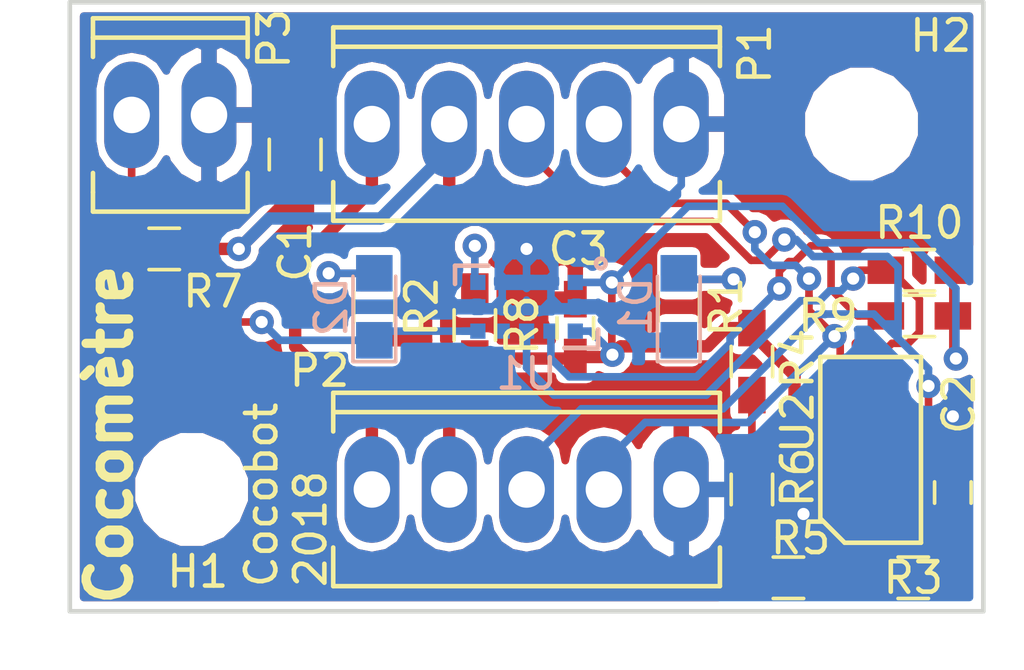
<source format=kicad_pcb>
(kicad_pcb (version 20170922) (host pcbnew "(2017-10-03 revision e6586fd59)-master")

(general
  (thickness 1.6)
  (drawings 6)
  (tracks 255)
  (zones 0)
  (modules 22)
  (nets 16)
)

(page A4)
(layers
  (0 F.Cu signal)
  (31 B.Cu signal)
  (32 B.Adhes user)
  (33 F.Adhes user)
  (34 B.Paste user)
  (35 F.Paste user)
  (36 B.SilkS user)
  (37 F.SilkS user)
  (38 B.Mask user)
  (39 F.Mask user)
  (40 Dwgs.User user)
  (41 Cmts.User user)
  (42 Eco1.User user)
  (43 Eco2.User user)
  (44 Edge.Cuts user)
  (45 Margin user)
  (46 B.CrtYd user)
  (47 F.CrtYd user)
  (48 B.Fab user)
  (49 F.Fab user)
)


(general
  (thickness 1.6)
  (drawings 6)
  (tracks 255)
  (zones 0)
  (modules 22)
  (nets 16)
)

(page A4)
(layers
  (0 F.Cu signal)
  (31 B.Cu signal)
  (32 B.Adhes user)
  (33 F.Adhes user)
  (34 B.Paste user)
  (35 F.Paste user)
  (36 B.SilkS user)
  (37 F.SilkS user)
  (38 B.Mask user)
  (39 F.Mask user)
  (40 Dwgs.User user)
  (41 Cmts.User user)
  (42 Eco1.User user)
  (43 Eco2.User user)
  (44 Edge.Cuts user)
  (45 Margin user)
  (46 B.CrtYd user)
  (47 F.CrtYd user)
  (48 B.Fab user)
  (49 F.Fab user)
)

(setup
  (last_trace_width 0.25)
  (user_trace_width 0.4064)
  (trace_clearance 0.2)
  (zone_clearance 0.254)
  (zone_45_only no)
  (trace_min 0.2)
  (segment_width 0.2)
  (edge_width 0.15)
  (via_size 0.8)
  (via_drill 0.4)
  (via_min_size 0.4)
  (via_min_drill 0.3)
  (uvia_size 0.3)
  (uvia_drill 0.1)
  (uvias_allowed no)
  (uvia_min_size 0.2)
  (uvia_min_drill 0.1)
  (pcb_text_width 0.3)
  (pcb_text_size 1.5 1.5)
  (mod_edge_width 0.15)
  (mod_text_size 1 1)
  (mod_text_width 0.15)
  (pad_size 1.524 1.524)
  (pad_drill 0.762)
  (pad_to_mask_clearance 0.2)
  (aux_axis_origin 0 0)
  (visible_elements FFFFFF7F)
  (pcbplotparams
    (layerselection 0x00030_ffffffff)
    (usegerberextensions false)
    (usegerberattributes true)
    (usegerberadvancedattributes true)
    (creategerberjobfile true)
    (excludeedgelayer true)
    (linewidth 0.100000)
    (plotframeref false)
    (viasonmask false)
    (mode 1)
    (useauxorigin false)
    (hpglpennumber 1)
    (hpglpenspeed 20)
    (hpglpendiameter 15)
    (psnegative false)
    (psa4output false)
    (plotreference true)
    (plotvalue true)
    (plotinvisibletext false)
    (padsonsilk false)
    (subtractmaskfromsilk false)
    (outputformat 1)
    (mirror false)
    (drillshape 1)
    (scaleselection 1)
    (outputdirectory ""))
)

(net 0 "")
(net 1 +3V3)
(net 2 GND)
(net 3 "Net-(D1-Pad2)")
(net 4 "Net-(D2-Pad1)")
(net 5 "Net-(D2-Pad2)")
(net 6 "Net-(H1-Pad1)")
(net 7 "Net-(H2-Pad1)")
(net 8 +5V)
(net 9 /sda_3v3)
(net 10 /scl_3v3)
(net 11 "Net-(R3-Pad2)")
(net 12 "Net-(R4-Pad2)")
(net 13 "Net-(R8-Pad2)")
(net 14 "Net-(R9-Pad2)")
(net 15 "Net-(R10-Pad2)")

(net_class Default "This is the default net class."
  (clearance 0.2)
  (trace_width 0.25)
  (via_dia 0.8)
  (via_drill 0.4)
  (uvia_dia 0.3)
  (uvia_drill 0.1)
  (add_net +3V3)
  (add_net +5V)
  (add_net /scl_3v3)
  (add_net /sda_3v3)
  (add_net GND)
  (add_net "Net-(D1-Pad2)")
  (add_net "Net-(D2-Pad1)")
  (add_net "Net-(D2-Pad2)")
  (add_net "Net-(H1-Pad1)")
  (add_net "Net-(H2-Pad1)")
  (add_net "Net-(R10-Pad2)")
  (add_net "Net-(R3-Pad2)")
  (add_net "Net-(R4-Pad2)")
  (add_net "Net-(R8-Pad2)")
  (add_net "Net-(R9-Pad2)")
)

  (module espitall:C_0805_HandSoldering (layer F.Cu) (tedit 59D9E046) (tstamp 59ECB959)
    (at 57.4 55 90)
    (descr "Capacitor SMD 0805, hand soldering")
    (tags "capacitor 0805")
    (path /573CB74D)
    (attr smd)
    (fp_text reference C1 (at -3.2 0 90) (layer F.SilkS)
      (effects (font (size 1 1) (thickness 0.15)))
    )
    (fp_text value 10u (at 0 1.75 90) (layer F.Fab)
      (effects (font (size 1 1) (thickness 0.15)))
    )
    (fp_text user %R (at 0 -1.75 90) (layer F.Fab)
      (effects (font (size 1 1) (thickness 0.15)))
    )
    (fp_line (start -1 0.62) (end -1 -0.62) (layer F.Fab) (width 0.1))
    (fp_line (start 1 0.62) (end -1 0.62) (layer F.Fab) (width 0.1))
    (fp_line (start 1 -0.62) (end 1 0.62) (layer F.Fab) (width 0.1))
    (fp_line (start -1 -0.62) (end 1 -0.62) (layer F.Fab) (width 0.1))
    (fp_line (start 0.5 -0.85) (end -0.5 -0.85) (layer F.SilkS) (width 0.12))
    (fp_line (start -0.5 0.85) (end 0.5 0.85) (layer F.SilkS) (width 0.12))
    (fp_line (start -2.25 -0.88) (end 2.25 -0.88) (layer F.CrtYd) (width 0.05))
    (fp_line (start -2.25 -0.88) (end -2.25 0.87) (layer F.CrtYd) (width 0.05))
    (fp_line (start 2.25 0.87) (end 2.25 -0.88) (layer F.CrtYd) (width 0.05))
    (fp_line (start 2.25 0.87) (end -2.25 0.87) (layer F.CrtYd) (width 0.05))
    (pad 1 smd rect (at -1.25 0 90) (size 1.5 1.25) (layers F.Cu F.Paste F.Mask)
      (net 1 +3V3))
    (pad 2 smd rect (at 1.25 0 90) (size 1.5 1.25) (layers F.Cu F.Paste F.Mask)
      (net 2 GND))
    (model "/home/damien/prog/cocobot/hardware/step/SW3DPS-CAPACITOR 0805-DEFAULT.STEP"
      (at (xyz 0 0 0))
      (scale (xyz 1 1 1))
      (rotate (xyz -90 0 0))
    )
  )

  (module espitall:C_0603_HandSoldering (layer F.Cu) (tedit 59D9DE8E) (tstamp 59ECB96A)
    (at 79 66.1 90)
    (descr "Capacitor SMD 0603, hand soldering")
    (tags "capacitor 0603")
    (path /573CB7A2)
    (attr smd)
    (fp_text reference C2 (at 2.9 0.2 90) (layer F.SilkS)
      (effects (font (size 1 1) (thickness 0.15)))
    )
    (fp_text value 100n (at 0 1.5 90) (layer F.Fab)
      (effects (font (size 1 1) (thickness 0.15)))
    )
    (fp_line (start 1.8 0.65) (end -1.8 0.65) (layer F.CrtYd) (width 0.05))
    (fp_line (start 1.8 0.65) (end 1.8 -0.65) (layer F.CrtYd) (width 0.05))
    (fp_line (start -1.8 -0.65) (end -1.8 0.65) (layer F.CrtYd) (width 0.05))
    (fp_line (start -1.8 -0.65) (end 1.8 -0.65) (layer F.CrtYd) (width 0.05))
    (fp_line (start 0.35 0.6) (end -0.35 0.6) (layer F.SilkS) (width 0.12))
    (fp_line (start -0.35 -0.6) (end 0.35 -0.6) (layer F.SilkS) (width 0.12))
    (fp_line (start -0.8 -0.4) (end 0.8 -0.4) (layer F.Fab) (width 0.1))
    (fp_line (start 0.8 -0.4) (end 0.8 0.4) (layer F.Fab) (width 0.1))
    (fp_line (start 0.8 0.4) (end -0.8 0.4) (layer F.Fab) (width 0.1))
    (fp_line (start -0.8 0.4) (end -0.8 -0.4) (layer F.Fab) (width 0.1))
    (fp_text user %R (at 0 -1.25 90) (layer F.Fab)
      (effects (font (size 1 1) (thickness 0.15)))
    )
    (pad 2 smd rect (at 0.95 0 90) (size 1.2 0.75) (layers F.Cu F.Paste F.Mask)
      (net 2 GND))
    (pad 1 smd rect (at -0.95 0 90) (size 1.2 0.75) (layers F.Cu F.Paste F.Mask)
      (net 1 +3V3))
    (model "/home/damien/prog/cocobot/hardware/step/SW3DPS-CAPACITOR 0603-DEFAULT.STEP"
      (at (xyz 0 -0.015748031496063 0))
      (scale (xyz 1 1 1))
      (rotate (xyz 0 0 0))
    )
  )

  (module espitall:C_0603_HandSoldering (layer F.Cu) (tedit 59D9DE8E) (tstamp 59ECB97B)
    (at 66.6 60.7 90)
    (descr "Capacitor SMD 0603, hand soldering")
    (tags "capacitor 0603")
    (path /573CD222)
    (attr smd)
    (fp_text reference C3 (at 2.6 0.1 180) (layer F.SilkS)
      (effects (font (size 1 1) (thickness 0.15)))
    )
    (fp_text value 100n (at 0 1.5 90) (layer F.Fab)
      (effects (font (size 1 1) (thickness 0.15)))
    )
    (fp_text user %R (at 0 -1.25 90) (layer F.Fab)
      (effects (font (size 1 1) (thickness 0.15)))
    )
    (fp_line (start -0.8 0.4) (end -0.8 -0.4) (layer F.Fab) (width 0.1))
    (fp_line (start 0.8 0.4) (end -0.8 0.4) (layer F.Fab) (width 0.1))
    (fp_line (start 0.8 -0.4) (end 0.8 0.4) (layer F.Fab) (width 0.1))
    (fp_line (start -0.8 -0.4) (end 0.8 -0.4) (layer F.Fab) (width 0.1))
    (fp_line (start -0.35 -0.6) (end 0.35 -0.6) (layer F.SilkS) (width 0.12))
    (fp_line (start 0.35 0.6) (end -0.35 0.6) (layer F.SilkS) (width 0.12))
    (fp_line (start -1.8 -0.65) (end 1.8 -0.65) (layer F.CrtYd) (width 0.05))
    (fp_line (start -1.8 -0.65) (end -1.8 0.65) (layer F.CrtYd) (width 0.05))
    (fp_line (start 1.8 0.65) (end 1.8 -0.65) (layer F.CrtYd) (width 0.05))
    (fp_line (start 1.8 0.65) (end -1.8 0.65) (layer F.CrtYd) (width 0.05))
    (pad 1 smd rect (at -0.95 0 90) (size 1.2 0.75) (layers F.Cu F.Paste F.Mask)
      (net 1 +3V3))
    (pad 2 smd rect (at 0.95 0 90) (size 1.2 0.75) (layers F.Cu F.Paste F.Mask)
      (net 2 GND))
    (model "/home/damien/prog/cocobot/hardware/step/SW3DPS-CAPACITOR 0603-DEFAULT.STEP"
      (at (xyz 0 -0.015748031496063 0))
      (scale (xyz 1 1 1))
      (rotate (xyz 0 0 0))
    )
  )

  (module espitall:LED_0805 (layer B.Cu) (tedit 59D9E212) (tstamp 59ECB990)
    (at 70 60 90)
    (descr "LED 0805 smd package")
    (tags "LED led 0805 SMD smd SMT smt smdled SMDLED smtled SMTLED")
    (path /573CEA8D)
    (attr smd)
    (fp_text reference D1 (at 0 -1.414214 90) (layer B.SilkS)
      (effects (font (size 1 1) (thickness 0.15)) (justify mirror))
    )
    (fp_text value LED (at 0 -1.55 90) (layer B.Fab)
      (effects (font (size 1 1) (thickness 0.15)) (justify mirror))
    )
    (fp_line (start -1.8 0.7) (end -1.8 -0.7) (layer B.SilkS) (width 0.12))
    (fp_line (start -0.4 0.4) (end -0.4 -0.4) (layer B.Fab) (width 0.1))
    (fp_line (start -0.4 0) (end 0.2 0.4) (layer B.Fab) (width 0.1))
    (fp_line (start 0.2 -0.4) (end -0.4 0) (layer B.Fab) (width 0.1))
    (fp_line (start 0.2 0.4) (end 0.2 -0.4) (layer B.Fab) (width 0.1))
    (fp_line (start 1 -0.6) (end -1 -0.6) (layer B.Fab) (width 0.1))
    (fp_line (start 1 0.6) (end 1 -0.6) (layer B.Fab) (width 0.1))
    (fp_line (start -1 0.6) (end 1 0.6) (layer B.Fab) (width 0.1))
    (fp_line (start -1 -0.6) (end -1 0.6) (layer B.Fab) (width 0.1))
    (fp_line (start -1.8 -0.7) (end 1 -0.7) (layer B.SilkS) (width 0.12))
    (fp_line (start -1.8 0.7) (end 1 0.7) (layer B.SilkS) (width 0.12))
    (fp_line (start 1.95 0.85) (end 1.95 -0.85) (layer B.CrtYd) (width 0.05))
    (fp_line (start 1.95 -0.85) (end -1.95 -0.85) (layer B.CrtYd) (width 0.05))
    (fp_line (start -1.95 -0.85) (end -1.95 0.85) (layer B.CrtYd) (width 0.05))
    (fp_line (start -1.95 0.85) (end 1.95 0.85) (layer B.CrtYd) (width 0.05))
    (pad 2 smd rect (at 1.099999 0 270) (size 1.2 1.2) (layers B.Cu B.Paste B.Mask)
      (net 3 "Net-(D1-Pad2)"))
    (pad 1 smd rect (at -1.099999 0 270) (size 1.2 1.2) (layers B.Cu B.Paste B.Mask)
      (net 2 GND))
    (model "/home/damien/prog/cocobot/hardware/step/User Library-led_0805LED0805_red.STEP"
      (at (xyz 0 0 0))
      (scale (xyz 1 1 1))
      (rotate (xyz 0 0 0))
    )
  )

  (module espitall:LED_0805 (layer B.Cu) (tedit 59D9E212) (tstamp 59ECB9A5)
    (at 60 60 90)
    (descr "LED 0805 smd package")
    (tags "LED led 0805 SMD smd SMT smt smdled SMDLED smtled SMTLED")
    (path /573CE5E1)
    (attr smd)
    (fp_text reference D2 (at 0 -1.414214 90) (layer B.SilkS)
      (effects (font (size 1 1) (thickness 0.15)) (justify mirror))
    )
    (fp_text value LED (at 0 -1.55 90) (layer B.Fab)
      (effects (font (size 1 1) (thickness 0.15)) (justify mirror))
    )
    (fp_line (start -1.95 0.85) (end 1.95 0.85) (layer B.CrtYd) (width 0.05))
    (fp_line (start -1.95 -0.85) (end -1.95 0.85) (layer B.CrtYd) (width 0.05))
    (fp_line (start 1.95 -0.85) (end -1.95 -0.85) (layer B.CrtYd) (width 0.05))
    (fp_line (start 1.95 0.85) (end 1.95 -0.85) (layer B.CrtYd) (width 0.05))
    (fp_line (start -1.8 0.7) (end 1 0.7) (layer B.SilkS) (width 0.12))
    (fp_line (start -1.8 -0.7) (end 1 -0.7) (layer B.SilkS) (width 0.12))
    (fp_line (start -1 -0.6) (end -1 0.6) (layer B.Fab) (width 0.1))
    (fp_line (start -1 0.6) (end 1 0.6) (layer B.Fab) (width 0.1))
    (fp_line (start 1 0.6) (end 1 -0.6) (layer B.Fab) (width 0.1))
    (fp_line (start 1 -0.6) (end -1 -0.6) (layer B.Fab) (width 0.1))
    (fp_line (start 0.2 0.4) (end 0.2 -0.4) (layer B.Fab) (width 0.1))
    (fp_line (start 0.2 -0.4) (end -0.4 0) (layer B.Fab) (width 0.1))
    (fp_line (start -0.4 0) (end 0.2 0.4) (layer B.Fab) (width 0.1))
    (fp_line (start -0.4 0.4) (end -0.4 -0.4) (layer B.Fab) (width 0.1))
    (fp_line (start -1.8 0.7) (end -1.8 -0.7) (layer B.SilkS) (width 0.12))
    (pad 1 smd rect (at -1.099999 0 270) (size 1.2 1.2) (layers B.Cu B.Paste B.Mask)
      (net 4 "Net-(D2-Pad1)"))
    (pad 2 smd rect (at 1.099999 0 270) (size 1.2 1.2) (layers B.Cu B.Paste B.Mask)
      (net 5 "Net-(D2-Pad2)"))
    (model "/home/damien/prog/cocobot/hardware/step/User Library-led_0805LED0805_red.STEP"
      (at (xyz 0 0 0))
      (scale (xyz 1 1 1))
      (rotate (xyz 0 0 0))
    )
  )

  (module Mounting_Holes:MountingHole_3.2mm_M3 (layer F.Cu) (tedit 56D1B4CB) (tstamp 59ECB9AD)
    (at 54 66)
    (descr "Mounting Hole 3.2mm, no annular, M3")
    (tags "mounting hole 3.2mm no annular m3")
    (path /573CD7BD)
    (attr virtual)
    (fp_text reference H1 (at 0.2 2.7) (layer F.SilkS)
      (effects (font (size 1 1) (thickness 0.15)))
    )
    (fp_text value CONN_01X01 (at 0 4.2) (layer F.Fab)
      (effects (font (size 1 1) (thickness 0.15)))
    )
    (fp_text user %R (at 0.3 0) (layer F.Fab)
      (effects (font (size 1 1) (thickness 0.15)))
    )
    (fp_circle (center 0 0) (end 3.2 0) (layer Cmts.User) (width 0.15))
    (fp_circle (center 0 0) (end 3.45 0) (layer F.CrtYd) (width 0.05))
    (pad 1 np_thru_hole circle (at 0 0) (size 3.2 3.2) (drill 3.2) (layers *.Cu *.Mask)
      (net 6 "Net-(H1-Pad1)"))
  )

  (module Mounting_Holes:MountingHole_3.2mm_M3 (layer F.Cu) (tedit 56D1B4CB) (tstamp 59ECB9B5)
    (at 76 54)
    (descr "Mounting Hole 3.2mm, no annular, M3")
    (tags "mounting hole 3.2mm no annular m3")
    (path /573CD8BA)
    (attr virtual)
    (fp_text reference H2 (at 2.6 -2.9) (layer F.SilkS)
      (effects (font (size 1 1) (thickness 0.15)))
    )
    (fp_text value CONN_01X01 (at 0 4.2) (layer F.Fab)
      (effects (font (size 1 1) (thickness 0.15)))
    )
    (fp_text user %R (at 0.3 0) (layer F.Fab)
      (effects (font (size 1 1) (thickness 0.15)))
    )
    (fp_circle (center 0 0) (end 3.2 0) (layer Cmts.User) (width 0.15))
    (fp_circle (center 0 0) (end 3.45 0) (layer F.CrtYd) (width 0.05))
    (pad 1 np_thru_hole circle (at 0 0) (size 3.2 3.2) (drill 3.2) (layers *.Cu *.Mask)
      (net 7 "Net-(H2-Pad1)"))
  )

  (module espitall:Socket_MOLEX-KK-RM2-54mm_Lock_5pin_straight (layer F.Cu) (tedit 59D90C27) (tstamp 59ECB9C5)
    (at 65 54)
    (descr "Socket, MOLEX, KK, RM 2.54mm, Lock, 5pin, straight,")
    (tags "Socket, MOLEX, KK, RM 2.54mm, Lock, 5pin, straight,")
    (path /573CDE59)
    (fp_text reference P1 (at 7.5 -2.3 90) (layer F.SilkS)
      (effects (font (size 1 1) (thickness 0.15)))
    )
    (fp_text value CONN_01X05 (at 0 5.08) (layer F.Fab)
      (effects (font (size 1 1) (thickness 0.15)))
    )
    (fp_line (start 6.35 3.175) (end 6.35 1.905) (layer F.SilkS) (width 0.15))
    (fp_line (start 6.35 -2.54) (end -6.35 -2.54) (layer F.SilkS) (width 0.15))
    (fp_line (start -6.35 -3.175) (end 6.35 -3.175) (layer F.SilkS) (width 0.15))
    (fp_line (start 6.35 -1.905) (end 6.35 -3.175) (layer F.SilkS) (width 0.15))
    (fp_line (start -6.35 -1.905) (end -6.35 -3.175) (layer F.SilkS) (width 0.15))
    (fp_line (start 6.35 3.175) (end -6.35 3.175) (layer F.SilkS) (width 0.15))
    (fp_line (start -6.35 3.175) (end -6.35 1.905) (layer F.SilkS) (width 0.15))
    (pad 1 thru_hole oval (at -5.08 0) (size 1.80086 3.50012) (drill 1.19888) (layers *.Cu *.Mask)
      (net 8 +5V))
    (pad 2 thru_hole oval (at -2.54 0) (size 1.80086 3.50012) (drill 1.19888) (layers *.Cu *.Mask)
      (net 1 +3V3))
    (pad 3 thru_hole oval (at 0 0) (size 1.80086 3.50012) (drill 1.19888) (layers *.Cu *.Mask)
      (net 9 /sda_3v3))
    (pad 4 thru_hole oval (at 2.54 0) (size 1.80086 3.50012) (drill 1.19888) (layers *.Cu *.Mask)
      (net 10 /scl_3v3))
    (pad 5 thru_hole oval (at 5.08 0) (size 1.80086 3.50012) (drill 1.19888) (layers *.Cu *.Mask)
      (net 2 GND))
    (model /home/damien/prog/cocobot/hardware/step/022112052.stp
      (at (xyz 0 0 0.06496062992125984))
      (scale (xyz 1 1 1))
      (rotate (xyz -90 0 0))
    )
  )

  (module espitall:Socket_MOLEX-KK-RM2-54mm_Lock_5pin_straight (layer F.Cu) (tedit 59D90C27) (tstamp 59ECB9D5)
    (at 65 66)
    (descr "Socket, MOLEX, KK, RM 2.54mm, Lock, 5pin, straight,")
    (tags "Socket, MOLEX, KK, RM 2.54mm, Lock, 5pin, straight,")
    (path /573CE201)
    (fp_text reference P2 (at -6.8 -3.9 180) (layer F.SilkS)
      (effects (font (size 1 1) (thickness 0.15)))
    )
    (fp_text value CONN_01X05 (at 0 5.08) (layer F.Fab)
      (effects (font (size 1 1) (thickness 0.15)))
    )
    (fp_line (start -6.35 3.175) (end -6.35 1.905) (layer F.SilkS) (width 0.15))
    (fp_line (start 6.35 3.175) (end -6.35 3.175) (layer F.SilkS) (width 0.15))
    (fp_line (start -6.35 -1.905) (end -6.35 -3.175) (layer F.SilkS) (width 0.15))
    (fp_line (start 6.35 -1.905) (end 6.35 -3.175) (layer F.SilkS) (width 0.15))
    (fp_line (start -6.35 -3.175) (end 6.35 -3.175) (layer F.SilkS) (width 0.15))
    (fp_line (start 6.35 -2.54) (end -6.35 -2.54) (layer F.SilkS) (width 0.15))
    (fp_line (start 6.35 3.175) (end 6.35 1.905) (layer F.SilkS) (width 0.15))
    (pad 5 thru_hole oval (at 5.08 0) (size 1.80086 3.50012) (drill 1.19888) (layers *.Cu *.Mask)
      (net 2 GND))
    (pad 4 thru_hole oval (at 2.54 0) (size 1.80086 3.50012) (drill 1.19888) (layers *.Cu *.Mask)
      (net 10 /scl_3v3))
    (pad 3 thru_hole oval (at 0 0) (size 1.80086 3.50012) (drill 1.19888) (layers *.Cu *.Mask)
      (net 9 /sda_3v3))
    (pad 2 thru_hole oval (at -2.54 0) (size 1.80086 3.50012) (drill 1.19888) (layers *.Cu *.Mask)
      (net 1 +3V3))
    (pad 1 thru_hole oval (at -5.08 0) (size 1.80086 3.50012) (drill 1.19888) (layers *.Cu *.Mask)
      (net 8 +5V))
    (model /home/damien/prog/cocobot/hardware/step/022112052.stp
      (at (xyz 0 0 0.06496062992125984))
      (scale (xyz 1 1 1))
      (rotate (xyz -90 0 0))
    )
  )

  (module espitall:Socket_MOLEX-KK-RM2-54mm_Lock_2pin_straight (layer F.Cu) (tedit 59D90AFF) (tstamp 59ECB9E5)
    (at 53.3 53.7)
    (descr "Socket, MOLEX, KK, RM 2.54mm, Lock, 2pin, straight,")
    (tags "Socket, MOLEX, KK, RM 2.54mm, Lock, 2pin, straight,")
    (path /578781E5)
    (fp_text reference P3 (at 3.4 -2.5 90) (layer F.SilkS)
      (effects (font (size 1 1) (thickness 0.15)))
    )
    (fp_text value CONN_01X02 (at -0.635 5.08) (layer F.Fab)
      (effects (font (size 1 1) (thickness 0.15)))
    )
    (fp_line (start -2.54 -2.54) (end 2.54 -2.54) (layer F.SilkS) (width 0.15))
    (fp_line (start 2.54 3.175) (end 2.54 1.905) (layer F.SilkS) (width 0.15))
    (fp_line (start 2.54 -2.54) (end 2.54 -1.905) (layer F.SilkS) (width 0.15))
    (fp_line (start -2.54 2.54) (end -2.54 1.905) (layer F.SilkS) (width 0.15))
    (fp_line (start -2.54 -2.54) (end -2.54 -1.905) (layer F.SilkS) (width 0.15))
    (fp_line (start -2.54 -2.54) (end -2.54 -3.175) (layer F.SilkS) (width 0.15))
    (fp_line (start -2.54 -3.175) (end 2.54 -3.175) (layer F.SilkS) (width 0.15))
    (fp_line (start 2.54 -3.175) (end 2.54 -2.54) (layer F.SilkS) (width 0.15))
    (fp_line (start 2.54 3.175) (end -2.54 3.175) (layer F.SilkS) (width 0.15))
    (fp_line (start -2.54 3.175) (end -2.54 2.54) (layer F.SilkS) (width 0.15))
    (pad 1 thru_hole oval (at -1.27 0) (size 1.80086 3.50012) (drill 1.19888) (layers *.Cu *.Mask)
      (net 4 "Net-(D2-Pad1)"))
    (pad 2 thru_hole oval (at 1.27 0) (size 1.80086 3.50012) (drill 1.19888) (layers *.Cu *.Mask)
      (net 2 GND))
    (model /home/damien/prog/cocobot/hardware/step/022112022.step
      (at (xyz 0 0 0.06496062992125984))
      (scale (xyz 1 1 1))
      (rotate (xyz -90 0 0))
    )
  )

  (module espitall:R_0603_HandSoldering (layer F.Cu) (tedit 59EC90BD) (tstamp 59ECB9F6)
    (at 70 60 90)
    (descr "Resistor SMD 0603, hand soldering")
    (tags "resistor 0603")
    (path /573CEAA0)
    (attr smd)
    (fp_text reference R1 (at 0 1.555635 90) (layer F.SilkS)
      (effects (font (size 1 1) (thickness 0.15)))
    )
    (fp_text value 220 (at 0 1.550001 90) (layer F.Fab)
      (effects (font (size 1 1) (thickness 0.15)))
    )
    (fp_text user %R (at 0 0 90) (layer F.Fab)
      (effects (font (size 0.5 0.5) (thickness 0.075)))
    )
    (fp_line (start -0.8 0.4) (end -0.8 -0.4) (layer F.Fab) (width 0.1))
    (fp_line (start 0.8 0.4) (end -0.8 0.4) (layer F.Fab) (width 0.1))
    (fp_line (start 0.8 -0.4) (end 0.8 0.4) (layer F.Fab) (width 0.1))
    (fp_line (start -0.8 -0.4) (end 0.8 -0.4) (layer F.Fab) (width 0.1))
    (fp_line (start 0.5 0.68) (end -0.5 0.68) (layer F.SilkS) (width 0.12))
    (fp_line (start -0.5 -0.68) (end 0.5 -0.68) (layer F.SilkS) (width 0.12))
    (fp_line (start -1.96 -0.7) (end 1.95 -0.7) (layer F.CrtYd) (width 0.05))
    (fp_line (start -1.96 -0.7) (end -1.96 0.7) (layer F.CrtYd) (width 0.05))
    (fp_line (start 1.95 0.7) (end 1.95 -0.7) (layer F.CrtYd) (width 0.05))
    (fp_line (start 1.95 0.7) (end -1.96 0.7) (layer F.CrtYd) (width 0.05))
    (pad 1 smd rect (at -1.099999 0 90) (size 1.2 0.9) (layers F.Cu F.Paste F.Mask)
      (net 1 +3V3))
    (pad 2 smd rect (at 1.099999 0 90) (size 1.2 0.9) (layers F.Cu F.Paste F.Mask)
      (net 3 "Net-(D1-Pad2)"))
    (model "/home/damien/prog/cocobot/hardware/step/SW3DPS-RESISTOR 0603-DEFAULT.STEP"
      (at (xyz 0 0 0))
      (scale (xyz 1 1 1))
      (rotate (xyz -90 0 0))
    )
  )

  (module espitall:R_0603_HandSoldering (layer F.Cu) (tedit 59EC90BD) (tstamp 59ECBA07)
    (at 60 60 90)
    (descr "Resistor SMD 0603, hand soldering")
    (tags "resistor 0603")
    (path /573CE7BD)
    (attr smd)
    (fp_text reference R2 (at 0 1.555635 90) (layer F.SilkS)
      (effects (font (size 1 1) (thickness 0.15)))
    )
    (fp_text value 220 (at 0 1.550001 90) (layer F.Fab)
      (effects (font (size 1 1) (thickness 0.15)))
    )
    (fp_line (start 1.95 0.7) (end -1.96 0.7) (layer F.CrtYd) (width 0.05))
    (fp_line (start 1.95 0.7) (end 1.95 -0.7) (layer F.CrtYd) (width 0.05))
    (fp_line (start -1.96 -0.7) (end -1.96 0.7) (layer F.CrtYd) (width 0.05))
    (fp_line (start -1.96 -0.7) (end 1.95 -0.7) (layer F.CrtYd) (width 0.05))
    (fp_line (start -0.5 -0.68) (end 0.5 -0.68) (layer F.SilkS) (width 0.12))
    (fp_line (start 0.5 0.68) (end -0.5 0.68) (layer F.SilkS) (width 0.12))
    (fp_line (start -0.8 -0.4) (end 0.8 -0.4) (layer F.Fab) (width 0.1))
    (fp_line (start 0.8 -0.4) (end 0.8 0.4) (layer F.Fab) (width 0.1))
    (fp_line (start 0.8 0.4) (end -0.8 0.4) (layer F.Fab) (width 0.1))
    (fp_line (start -0.8 0.4) (end -0.8 -0.4) (layer F.Fab) (width 0.1))
    (fp_text user %R (at 0 0 90) (layer F.Fab)
      (effects (font (size 0.5 0.5) (thickness 0.075)))
    )
    (pad 2 smd rect (at 1.099999 0 90) (size 1.2 0.9) (layers F.Cu F.Paste F.Mask)
      (net 5 "Net-(D2-Pad2)"))
    (pad 1 smd rect (at -1.099999 0 90) (size 1.2 0.9) (layers F.Cu F.Paste F.Mask)
      (net 1 +3V3))
    (model "/home/damien/prog/cocobot/hardware/step/SW3DPS-RESISTOR 0603-DEFAULT.STEP"
      (at (xyz 0 0 0))
      (scale (xyz 1 1 1))
      (rotate (xyz -90 0 0))
    )
  )

  (module espitall:R_0603_HandSoldering (layer F.Cu) (tedit 59EC90BD) (tstamp 59ECBA18)
    (at 77.7 68.9 180)
    (descr "Resistor SMD 0603, hand soldering")
    (tags "resistor 0603")
    (path /573CCC48)
    (attr smd)
    (fp_text reference R3 (at 0 0 180) (layer F.SilkS)
      (effects (font (size 1 1) (thickness 0.15)))
    )
    (fp_text value R (at 0 1.550001 180) (layer F.Fab)
      (effects (font (size 1 1) (thickness 0.15)))
    )
    (fp_line (start 1.95 0.7) (end -1.96 0.7) (layer F.CrtYd) (width 0.05))
    (fp_line (start 1.95 0.7) (end 1.95 -0.7) (layer F.CrtYd) (width 0.05))
    (fp_line (start -1.96 -0.7) (end -1.96 0.7) (layer F.CrtYd) (width 0.05))
    (fp_line (start -1.96 -0.7) (end 1.95 -0.7) (layer F.CrtYd) (width 0.05))
    (fp_line (start -0.5 -0.68) (end 0.5 -0.68) (layer F.SilkS) (width 0.12))
    (fp_line (start 0.5 0.68) (end -0.5 0.68) (layer F.SilkS) (width 0.12))
    (fp_line (start -0.8 -0.4) (end 0.8 -0.4) (layer F.Fab) (width 0.1))
    (fp_line (start 0.8 -0.4) (end 0.8 0.4) (layer F.Fab) (width 0.1))
    (fp_line (start 0.8 0.4) (end -0.8 0.4) (layer F.Fab) (width 0.1))
    (fp_line (start -0.8 0.4) (end -0.8 -0.4) (layer F.Fab) (width 0.1))
    (fp_text user %R (at 0 0 180) (layer F.Fab)
      (effects (font (size 0.5 0.5) (thickness 0.075)))
    )
    (pad 2 smd rect (at 1.099999 0 180) (size 1.2 0.9) (layers F.Cu F.Paste F.Mask)
      (net 11 "Net-(R3-Pad2)"))
    (pad 1 smd rect (at -1.099999 0 180) (size 1.2 0.9) (layers F.Cu F.Paste F.Mask)
      (net 1 +3V3))
    (model "/home/damien/prog/cocobot/hardware/step/SW3DPS-RESISTOR 0603-DEFAULT.STEP"
      (at (xyz 0 0 0))
      (scale (xyz 1 1 1))
      (rotate (xyz -90 0 0))
    )
  )

  (module espitall:R_0603_HandSoldering (layer F.Cu) (tedit 59EC90BD) (tstamp 59ECBA29)
    (at 72.4 61.8 270)
    (descr "Resistor SMD 0603, hand soldering")
    (tags "resistor 0603")
    (path /573CCCF6)
    (attr smd)
    (fp_text reference R4 (at -0.1 -1.5 270) (layer F.SilkS)
      (effects (font (size 1 1) (thickness 0.15)))
    )
    (fp_text value R (at 0 1.550001 270) (layer F.Fab)
      (effects (font (size 1 1) (thickness 0.15)))
    )
    (fp_text user %R (at 0 0 270) (layer F.Fab)
      (effects (font (size 0.5 0.5) (thickness 0.075)))
    )
    (fp_line (start -0.8 0.4) (end -0.8 -0.4) (layer F.Fab) (width 0.1))
    (fp_line (start 0.8 0.4) (end -0.8 0.4) (layer F.Fab) (width 0.1))
    (fp_line (start 0.8 -0.4) (end 0.8 0.4) (layer F.Fab) (width 0.1))
    (fp_line (start -0.8 -0.4) (end 0.8 -0.4) (layer F.Fab) (width 0.1))
    (fp_line (start 0.5 0.68) (end -0.5 0.68) (layer F.SilkS) (width 0.12))
    (fp_line (start -0.5 -0.68) (end 0.5 -0.68) (layer F.SilkS) (width 0.12))
    (fp_line (start -1.96 -0.7) (end 1.95 -0.7) (layer F.CrtYd) (width 0.05))
    (fp_line (start -1.96 -0.7) (end -1.96 0.7) (layer F.CrtYd) (width 0.05))
    (fp_line (start 1.95 0.7) (end 1.95 -0.7) (layer F.CrtYd) (width 0.05))
    (fp_line (start 1.95 0.7) (end -1.96 0.7) (layer F.CrtYd) (width 0.05))
    (pad 1 smd rect (at -1.099999 0 270) (size 1.2 0.9) (layers F.Cu F.Paste F.Mask)
      (net 1 +3V3))
    (pad 2 smd rect (at 1.099999 0 270) (size 1.2 0.9) (layers F.Cu F.Paste F.Mask)
      (net 12 "Net-(R4-Pad2)"))
    (model "/home/damien/prog/cocobot/hardware/step/SW3DPS-RESISTOR 0603-DEFAULT.STEP"
      (at (xyz 0 0 0))
      (scale (xyz 1 1 1))
      (rotate (xyz -90 0 0))
    )
  )

  (module espitall:R_0603_HandSoldering (layer F.Cu) (tedit 59EC90BD) (tstamp 59ECBA3A)
    (at 73.6 68.9 180)
    (descr "Resistor SMD 0603, hand soldering")
    (tags "resistor 0603")
    (path /573CCC89)
    (attr smd)
    (fp_text reference R5 (at -0.4 1.3 180) (layer F.SilkS)
      (effects (font (size 1 1) (thickness 0.15)))
    )
    (fp_text value R (at 0 1.550001 180) (layer F.Fab)
      (effects (font (size 1 1) (thickness 0.15)))
    )
    (fp_text user %R (at 0 0 180) (layer F.Fab)
      (effects (font (size 0.5 0.5) (thickness 0.075)))
    )
    (fp_line (start -0.8 0.4) (end -0.8 -0.4) (layer F.Fab) (width 0.1))
    (fp_line (start 0.8 0.4) (end -0.8 0.4) (layer F.Fab) (width 0.1))
    (fp_line (start 0.8 -0.4) (end 0.8 0.4) (layer F.Fab) (width 0.1))
    (fp_line (start -0.8 -0.4) (end 0.8 -0.4) (layer F.Fab) (width 0.1))
    (fp_line (start 0.5 0.68) (end -0.5 0.68) (layer F.SilkS) (width 0.12))
    (fp_line (start -0.5 -0.68) (end 0.5 -0.68) (layer F.SilkS) (width 0.12))
    (fp_line (start -1.96 -0.7) (end 1.95 -0.7) (layer F.CrtYd) (width 0.05))
    (fp_line (start -1.96 -0.7) (end -1.96 0.7) (layer F.CrtYd) (width 0.05))
    (fp_line (start 1.95 0.7) (end 1.95 -0.7) (layer F.CrtYd) (width 0.05))
    (fp_line (start 1.95 0.7) (end -1.96 0.7) (layer F.CrtYd) (width 0.05))
    (pad 1 smd rect (at -1.099999 0 180) (size 1.2 0.9) (layers F.Cu F.Paste F.Mask)
      (net 11 "Net-(R3-Pad2)"))
    (pad 2 smd rect (at 1.099999 0 180) (size 1.2 0.9) (layers F.Cu F.Paste F.Mask)
      (net 2 GND))
    (model "/home/damien/prog/cocobot/hardware/step/SW3DPS-RESISTOR 0603-DEFAULT.STEP"
      (at (xyz 0 0 0))
      (scale (xyz 1 1 1))
      (rotate (xyz -90 0 0))
    )
  )

  (module espitall:R_0603_HandSoldering (layer F.Cu) (tedit 59EC90BD) (tstamp 59ECBA4B)
    (at 72.4 66 270)
    (descr "Resistor SMD 0603, hand soldering")
    (tags "resistor 0603")
    (path /573CCCC4)
    (attr smd)
    (fp_text reference R6 (at -0.4 -1.5 270) (layer F.SilkS)
      (effects (font (size 1 1) (thickness 0.15)))
    )
    (fp_text value R (at 0 1.550001 270) (layer F.Fab)
      (effects (font (size 1 1) (thickness 0.15)))
    )
    (fp_line (start 1.95 0.7) (end -1.96 0.7) (layer F.CrtYd) (width 0.05))
    (fp_line (start 1.95 0.7) (end 1.95 -0.7) (layer F.CrtYd) (width 0.05))
    (fp_line (start -1.96 -0.7) (end -1.96 0.7) (layer F.CrtYd) (width 0.05))
    (fp_line (start -1.96 -0.7) (end 1.95 -0.7) (layer F.CrtYd) (width 0.05))
    (fp_line (start -0.5 -0.68) (end 0.5 -0.68) (layer F.SilkS) (width 0.12))
    (fp_line (start 0.5 0.68) (end -0.5 0.68) (layer F.SilkS) (width 0.12))
    (fp_line (start -0.8 -0.4) (end 0.8 -0.4) (layer F.Fab) (width 0.1))
    (fp_line (start 0.8 -0.4) (end 0.8 0.4) (layer F.Fab) (width 0.1))
    (fp_line (start 0.8 0.4) (end -0.8 0.4) (layer F.Fab) (width 0.1))
    (fp_line (start -0.8 0.4) (end -0.8 -0.4) (layer F.Fab) (width 0.1))
    (fp_text user %R (at 0 0 270) (layer F.Fab)
      (effects (font (size 0.5 0.5) (thickness 0.075)))
    )
    (pad 2 smd rect (at 1.099999 0 270) (size 1.2 0.9) (layers F.Cu F.Paste F.Mask)
      (net 2 GND))
    (pad 1 smd rect (at -1.099999 0 270) (size 1.2 0.9) (layers F.Cu F.Paste F.Mask)
      (net 12 "Net-(R4-Pad2)"))
    (model "/home/damien/prog/cocobot/hardware/step/SW3DPS-RESISTOR 0603-DEFAULT.STEP"
      (at (xyz 0 0 0))
      (scale (xyz 1 1 1))
      (rotate (xyz -90 0 0))
    )
  )

  (module espitall:R_0603_HandSoldering (layer F.Cu) (tedit 59EC90BD) (tstamp 59ECBA5C)
    (at 53.1 58.1 180)
    (descr "Resistor SMD 0603, hand soldering")
    (tags "resistor 0603")
    (path /57878471)
    (attr smd)
    (fp_text reference R7 (at -1.6 -1.4 180) (layer F.SilkS)
      (effects (font (size 1 1) (thickness 0.15)))
    )
    (fp_text value 10k (at 0 1.550001 180) (layer F.Fab)
      (effects (font (size 1 1) (thickness 0.15)))
    )
    (fp_text user %R (at 0 0 180) (layer F.Fab)
      (effects (font (size 0.5 0.5) (thickness 0.075)))
    )
    (fp_line (start -0.8 0.4) (end -0.8 -0.4) (layer F.Fab) (width 0.1))
    (fp_line (start 0.8 0.4) (end -0.8 0.4) (layer F.Fab) (width 0.1))
    (fp_line (start 0.8 -0.4) (end 0.8 0.4) (layer F.Fab) (width 0.1))
    (fp_line (start -0.8 -0.4) (end 0.8 -0.4) (layer F.Fab) (width 0.1))
    (fp_line (start 0.5 0.68) (end -0.5 0.68) (layer F.SilkS) (width 0.12))
    (fp_line (start -0.5 -0.68) (end 0.5 -0.68) (layer F.SilkS) (width 0.12))
    (fp_line (start -1.96 -0.7) (end 1.95 -0.7) (layer F.CrtYd) (width 0.05))
    (fp_line (start -1.96 -0.7) (end -1.96 0.7) (layer F.CrtYd) (width 0.05))
    (fp_line (start 1.95 0.7) (end 1.95 -0.7) (layer F.CrtYd) (width 0.05))
    (fp_line (start 1.95 0.7) (end -1.96 0.7) (layer F.CrtYd) (width 0.05))
    (pad 1 smd rect (at -1.099999 0 180) (size 1.2 0.9) (layers F.Cu F.Paste F.Mask)
      (net 1 +3V3))
    (pad 2 smd rect (at 1.099999 0 180) (size 1.2 0.9) (layers F.Cu F.Paste F.Mask)
      (net 4 "Net-(D2-Pad1)"))
    (model "/home/damien/prog/cocobot/hardware/step/SW3DPS-RESISTOR 0603-DEFAULT.STEP"
      (at (xyz 0 0 0))
      (scale (xyz 1 1 1))
      (rotate (xyz -90 0 0))
    )
  )

  (module espitall:R_0603_HandSoldering (layer F.Cu) (tedit 59EC90BD) (tstamp 59ECBA6D)
    (at 63.3 60.6 90)
    (descr "Resistor SMD 0603, hand soldering")
    (tags "resistor 0603")
    (path /57876B49)
    (attr smd)
    (fp_text reference R8 (at 0 1.555635 90) (layer F.SilkS)
      (effects (font (size 1 1) (thickness 0.15)))
    )
    (fp_text value 10k (at 0 1.550001 90) (layer F.Fab)
      (effects (font (size 1 1) (thickness 0.15)))
    )
    (fp_line (start 1.95 0.7) (end -1.96 0.7) (layer F.CrtYd) (width 0.05))
    (fp_line (start 1.95 0.7) (end 1.95 -0.7) (layer F.CrtYd) (width 0.05))
    (fp_line (start -1.96 -0.7) (end -1.96 0.7) (layer F.CrtYd) (width 0.05))
    (fp_line (start -1.96 -0.7) (end 1.95 -0.7) (layer F.CrtYd) (width 0.05))
    (fp_line (start -0.5 -0.68) (end 0.5 -0.68) (layer F.SilkS) (width 0.12))
    (fp_line (start 0.5 0.68) (end -0.5 0.68) (layer F.SilkS) (width 0.12))
    (fp_line (start -0.8 -0.4) (end 0.8 -0.4) (layer F.Fab) (width 0.1))
    (fp_line (start 0.8 -0.4) (end 0.8 0.4) (layer F.Fab) (width 0.1))
    (fp_line (start 0.8 0.4) (end -0.8 0.4) (layer F.Fab) (width 0.1))
    (fp_line (start -0.8 0.4) (end -0.8 -0.4) (layer F.Fab) (width 0.1))
    (fp_text user %R (at 0 0 90) (layer F.Fab)
      (effects (font (size 0.5 0.5) (thickness 0.075)))
    )
    (pad 2 smd rect (at 1.099999 0 90) (size 1.2 0.9) (layers F.Cu F.Paste F.Mask)
      (net 13 "Net-(R8-Pad2)"))
    (pad 1 smd rect (at -1.099999 0 90) (size 1.2 0.9) (layers F.Cu F.Paste F.Mask)
      (net 1 +3V3))
    (model "/home/damien/prog/cocobot/hardware/step/SW3DPS-RESISTOR 0603-DEFAULT.STEP"
      (at (xyz 0 0 0))
      (scale (xyz 1 1 1))
      (rotate (xyz -90 0 0))
    )
  )

  (module espitall:VL53L0X (layer B.Cu) (tedit 59ECB2F5) (tstamp 59ECBA8E)
    (at 65 60)
    (path /57875F17)
    (attr smd)
    (fp_text reference U1 (at 0 2.2) (layer B.SilkS)
      (effects (font (size 1 1) (thickness 0.15)) (justify mirror))
    )
    (fp_text value VL53L0X (at 0 -2.2) (layer B.Fab)
      (effects (font (size 1 1) (thickness 0.15)) (justify mirror))
    )
    (fp_line (start -2.2 0.2) (end -2.2 -1.2) (layer B.Fab) (width 0.15))
    (fp_line (start -2.2 -1.2) (end 2.2 -1.2) (layer B.Fab) (width 0.15))
    (fp_line (start 2.2 -1.2) (end 2.2 1.2) (layer B.Fab) (width 0.15))
    (fp_line (start 2.2 1.2) (end -1.2 1.2) (layer B.Fab) (width 0.15))
    (fp_line (start 1.25 1.35) (end 2.35 1.35) (layer B.SilkS) (width 0.15))
    (fp_line (start 2.35 1.35) (end 2.35 0.75) (layer B.SilkS) (width 0.15))
    (fp_line (start 1.25 1.35) (end 2.35 1.35) (layer B.SilkS) (width 0.15))
    (fp_line (start 2.35 1.35) (end 2.35 0.75) (layer B.SilkS) (width 0.15))
    (fp_line (start 1.25 1.35) (end 2.35 1.35) (layer B.SilkS) (width 0.15))
    (fp_line (start 2.35 1.35) (end 2.35 0.75) (layer B.SilkS) (width 0.15))
    (fp_line (start -1.25 -1.35) (end -2.35 -1.35) (layer B.SilkS) (width 0.15))
    (fp_line (start -2.35 -1.35) (end -2.35 -0.75) (layer B.SilkS) (width 0.15))
    (fp_line (start -2.45 1.45) (end 2.45 1.45) (layer B.CrtYd) (width 0.05))
    (fp_line (start 2.45 1.45) (end 2.45 -1.45) (layer B.CrtYd) (width 0.05))
    (fp_line (start 2.45 -1.45) (end -2.45 -1.45) (layer B.CrtYd) (width 0.05))
    (fp_line (start -2.45 -1.45) (end -2.45 1.45) (layer B.CrtYd) (width 0.05))
    (fp_circle (center 2.4384 -1.4224) (end 2.5908 -1.4732) (layer B.SilkS) (width 0.15))
    (pad 7 smd rect (at -1.6 0.8) (size 0.5 0.5) (layers B.Cu B.Paste B.Mask)
      (net 4 "Net-(D2-Pad1)"))
    (pad 6 smd rect (at -1.6 0) (size 0.5 0.5) (layers B.Cu B.Paste B.Mask)
      (net 2 GND))
    (pad 5 smd rect (at -1.6 -0.8) (size 0.5 0.5) (layers B.Cu B.Paste B.Mask)
      (net 13 "Net-(R8-Pad2)"))
    (pad 8 smd rect (at -0.8 0.8) (size 0.5 0.5) (layers B.Cu B.Paste B.Mask))
    (pad 4 smd rect (at -0.8 -0.8) (size 0.5 0.5) (layers B.Cu B.Paste B.Mask)
      (net 2 GND))
    (pad 9 smd rect (at 0 0.8) (size 0.5 0.5) (layers B.Cu B.Paste B.Mask)
      (net 15 "Net-(R10-Pad2)"))
    (pad 3 smd rect (at 0 -0.8) (size 0.5 0.5) (layers B.Cu B.Paste B.Mask)
      (net 2 GND))
    (pad 10 smd rect (at 0.8 0.8) (size 0.5 0.5) (layers B.Cu B.Paste B.Mask)
      (net 14 "Net-(R9-Pad2)"))
    (pad 2 smd rect (at 0.8 -0.8) (size 0.5 0.5) (layers B.Cu B.Paste B.Mask)
      (net 2 GND))
    (pad 11 smd rect (at 1.6 0.8) (size 0.5 0.5) (layers B.Cu B.Paste B.Mask)
      (net 1 +3V3))
    (pad 12 smd rect (at 1.6 0) (size 0.5 0.5) (layers B.Cu B.Paste B.Mask)
      (net 2 GND))
    (pad 1 smd rect (at 1.6 -0.8) (size 0.5 0.5) (layers B.Cu B.Paste B.Mask)
      (net 1 +3V3))
  )

  (module espitall:MSOP-10 (layer F.Cu) (tedit 59DA3A83) (tstamp 59ECBDD1)
    (at 76.3 64.7)
    (path /59ECB7A7)
    (attr smd)
    (fp_text reference U2 (at -2.4 -0.9 90) (layer F.SilkS)
      (effects (font (size 1 1) (thickness 0.15)))
    )
    (fp_text value LTC4316 (at 0 0) (layer F.Fab)
      (effects (font (size 1 1) (thickness 0.15)))
    )
    (fp_line (start -0.8525 3.05) (end -1.6525 2.25) (layer F.SilkS) (width 0.15))
    (fp_line (start -1.6525 2.25) (end -1.6525 -3.05) (layer F.SilkS) (width 0.15))
    (fp_line (start -1.6525 -3.05) (end 1.6525 -3.05) (layer F.SilkS) (width 0.15))
    (fp_line (start 1.6525 -3.05) (end 1.6525 3.05) (layer F.SilkS) (width 0.15))
    (fp_line (start 1.6525 3.05) (end -0.8525 3.05) (layer F.SilkS) (width 0.15))
    (fp_line (start -1.8 -3.2) (end 1.8 -3.2) (layer F.CrtYd) (width 0.05))
    (fp_line (start 1.8 -3.2) (end 1.8 3.2) (layer F.CrtYd) (width 0.05))
    (fp_line (start 1.8 3.2) (end -1.8 3.2) (layer F.CrtYd) (width 0.05))
    (fp_line (start -1.8 3.2) (end -1.8 -3.2) (layer F.CrtYd) (width 0.05))
    (pad 10 smd rect (at -1 -2.1055) (size 0.305 0.889) (layers F.Cu F.Paste F.Mask)
      (net 10 /scl_3v3))
    (pad 1 smd rect (at -1 2.1055) (size 0.305 0.889) (layers F.Cu F.Paste F.Mask)
      (net 2 GND))
    (pad 9 smd rect (at -0.5 -2.1055) (size 0.305 0.889) (layers F.Cu F.Paste F.Mask)
      (net 14 "Net-(R9-Pad2)"))
    (pad 2 smd rect (at -0.5 2.1055) (size 0.305 0.889) (layers F.Cu F.Paste F.Mask)
      (net 11 "Net-(R3-Pad2)"))
    (pad 8 smd rect (at 0 -2.1055) (size 0.305 0.889) (layers F.Cu F.Paste F.Mask)
      (net 15 "Net-(R10-Pad2)"))
    (pad 3 smd rect (at 0 2.1055) (size 0.305 0.889) (layers F.Cu F.Paste F.Mask)
      (net 12 "Net-(R4-Pad2)"))
    (pad 7 smd rect (at 0.5 -2.1055) (size 0.305 0.889) (layers F.Cu F.Paste F.Mask)
      (net 9 /sda_3v3))
    (pad 4 smd rect (at 0.5 2.1055) (size 0.305 0.889) (layers F.Cu F.Paste F.Mask)
      (net 1 +3V3))
    (pad 6 smd rect (at 1 -2.1055) (size 0.305 0.889) (layers F.Cu F.Paste F.Mask))
    (pad 5 smd rect (at 1 2.1055) (size 0.305 0.889) (layers F.Cu F.Paste F.Mask)
      (net 1 +3V3))
    (model "/home/damien/prog/cocobot/hardware/step/User Library-msop-10.STEP"
      (at (xyz 0 0 0))
      (scale (xyz 1 1 1))
      (rotate (xyz 0 0 -90))
    )
  )

  (module espitall:R_0603_HandSoldering (layer F.Cu) (tedit 59EC90BD) (tstamp 59ED0183)
    (at 77.9 60.3 180)
    (descr "Resistor SMD 0603, hand soldering")
    (tags "resistor 0603")
    (path /59ECC069)
    (attr smd)
    (fp_text reference R9 (at 3 0 180) (layer F.SilkS)
      (effects (font (size 1 1) (thickness 0.15)))
    )
    (fp_text value 2k2 (at 0 1.550001 180) (layer F.Fab)
      (effects (font (size 1 1) (thickness 0.15)))
    )
    (fp_text user %R (at 0 0 180) (layer F.Fab)
      (effects (font (size 0.5 0.5) (thickness 0.075)))
    )
    (fp_line (start -0.8 0.4) (end -0.8 -0.4) (layer F.Fab) (width 0.1))
    (fp_line (start 0.8 0.4) (end -0.8 0.4) (layer F.Fab) (width 0.1))
    (fp_line (start 0.8 -0.4) (end 0.8 0.4) (layer F.Fab) (width 0.1))
    (fp_line (start -0.8 -0.4) (end 0.8 -0.4) (layer F.Fab) (width 0.1))
    (fp_line (start 0.5 0.68) (end -0.5 0.68) (layer F.SilkS) (width 0.12))
    (fp_line (start -0.5 -0.68) (end 0.5 -0.68) (layer F.SilkS) (width 0.12))
    (fp_line (start -1.96 -0.7) (end 1.95 -0.7) (layer F.CrtYd) (width 0.05))
    (fp_line (start -1.96 -0.7) (end -1.96 0.7) (layer F.CrtYd) (width 0.05))
    (fp_line (start 1.95 0.7) (end 1.95 -0.7) (layer F.CrtYd) (width 0.05))
    (fp_line (start 1.95 0.7) (end -1.96 0.7) (layer F.CrtYd) (width 0.05))
    (pad 1 smd rect (at -1.099999 0 180) (size 1.2 0.9) (layers F.Cu F.Paste F.Mask)
      (net 1 +3V3))
    (pad 2 smd rect (at 1.099999 0 180) (size 1.2 0.9) (layers F.Cu F.Paste F.Mask)
      (net 14 "Net-(R9-Pad2)"))
    (model "/home/damien/prog/cocobot/hardware/step/SW3DPS-RESISTOR 0603-DEFAULT.STEP"
      (at (xyz 0 0 0))
      (scale (xyz 1 1 1))
      (rotate (xyz -90 0 0))
    )
  )

  (module espitall:R_0603_HandSoldering (layer F.Cu) (tedit 59EC90BD) (tstamp 59ED0194)
    (at 77.9 58.8 180)
    (descr "Resistor SMD 0603, hand soldering")
    (tags "resistor 0603")
    (path /59ECC0E1)
    (attr smd)
    (fp_text reference R10 (at 0 1.555635 180) (layer F.SilkS)
      (effects (font (size 1 1) (thickness 0.15)))
    )
    (fp_text value 2k2 (at 0 1.550001 180) (layer F.Fab)
      (effects (font (size 1 1) (thickness 0.15)))
    )
    (fp_line (start 1.95 0.7) (end -1.96 0.7) (layer F.CrtYd) (width 0.05))
    (fp_line (start 1.95 0.7) (end 1.95 -0.7) (layer F.CrtYd) (width 0.05))
    (fp_line (start -1.96 -0.7) (end -1.96 0.7) (layer F.CrtYd) (width 0.05))
    (fp_line (start -1.96 -0.7) (end 1.95 -0.7) (layer F.CrtYd) (width 0.05))
    (fp_line (start -0.5 -0.68) (end 0.5 -0.68) (layer F.SilkS) (width 0.12))
    (fp_line (start 0.5 0.68) (end -0.5 0.68) (layer F.SilkS) (width 0.12))
    (fp_line (start -0.8 -0.4) (end 0.8 -0.4) (layer F.Fab) (width 0.1))
    (fp_line (start 0.8 -0.4) (end 0.8 0.4) (layer F.Fab) (width 0.1))
    (fp_line (start 0.8 0.4) (end -0.8 0.4) (layer F.Fab) (width 0.1))
    (fp_line (start -0.8 0.4) (end -0.8 -0.4) (layer F.Fab) (width 0.1))
    (fp_text user %R (at 0 0 180) (layer F.Fab)
      (effects (font (size 0.5 0.5) (thickness 0.075)))
    )
    (pad 2 smd rect (at 1.099999 0 180) (size 1.2 0.9) (layers F.Cu F.Paste F.Mask)
      (net 15 "Net-(R10-Pad2)"))
    (pad 1 smd rect (at -1.099999 0 180) (size 1.2 0.9) (layers F.Cu F.Paste F.Mask)
      (net 1 +3V3))
    (model "/home/damien/prog/cocobot/hardware/step/SW3DPS-RESISTOR 0603-DEFAULT.STEP"
      (at (xyz 0 0 0))
      (scale (xyz 1 1 1))
      (rotate (xyz -90 0 0))
    )
  )

  (gr_text "Cocobot\n2018" (at 57.1 69.3 90) (layer F.SilkS) (tstamp 59ED059D)
    (effects (font (size 1 1) (thickness 0.15)) (justify left))
  )
  (gr_text Cocomètre (at 51.3 64.2 90) (layer F.SilkS)
    (effects (font (size 1.4 1.4) (thickness 0.3)))
  )
  (gr_line (start 50 50) (end 80 50) (layer Edge.Cuts) (width 0.15))
  (gr_line (start 50 70) (end 80 70) (layer Edge.Cuts) (width 0.15))
  (gr_line (start 80 50) (end 80 70) (layer Edge.Cuts) (width 0.15))
  (gr_line (start 50 50) (end 50 70) (layer Edge.Cuts) (width 0.15))

  (segment (start 73.4 56.7) (end 70.3 56.7) (width 0.25) (layer B.Cu) (net 1))
  (segment (start 70.3 56.7) (end 67.8 59.2) (width 0.25) (layer B.Cu) (net 1))
  (segment (start 74.6 57.9) (end 73.4 56.7) (width 0.25) (layer B.Cu) (net 1))
  (segment (start 77.6 57.9) (end 74.6 57.9) (width 0.25) (layer B.Cu) (net 1))
  (segment (start 79.1 59.4) (end 77.6 57.9) (width 0.25) (layer B.Cu) (net 1))
  (segment (start 79.1 61.7) (end 79.1 59.4) (width 0.25) (layer B.Cu) (net 1))
  (segment (start 78.999999 60.3) (end 78.999999 61.599999) (width 0.25) (layer F.Cu) (net 1))
  (segment (start 78.999999 61.599999) (end 79.1 61.7) (width 0.25) (layer F.Cu) (net 1))
  (via (at 79.1 61.7) (size 0.8) (drill 0.4) (layers F.Cu B.Cu) (net 1))
  (segment (start 61.3 61.1) (end 61.4 61.1) (width 0.4064) (layer F.Cu) (net 1))
  (segment (start 61.4 61.1) (end 61.7 61.4) (width 0.4064) (layer F.Cu) (net 1))
  (segment (start 61.3 61.1) (end 61.7 61.1) (width 0.4064) (layer F.Cu) (net 1))
  (segment (start 61.7 61.1) (end 61.7 60.7) (width 0.4064) (layer F.Cu) (net 1))
  (segment (start 60.856401 61.1) (end 61.3 61.1) (width 0.4064) (layer F.Cu) (net 1))
  (segment (start 61.7 60.7) (end 61.7 56.91646) (width 0.4064) (layer F.Cu) (net 1))
  (segment (start 61.3 61.1) (end 61.7 60.7) (width 0.4064) (layer F.Cu) (net 1))
  (segment (start 61.7 61.4) (end 61.7 61.1) (width 0.4064) (layer F.Cu) (net 1))
  (segment (start 60 61.099999) (end 60.856401 61.1) (width 0.4064) (layer F.Cu) (net 1))
  (segment (start 61.7 56.91646) (end 62.46 56.15646) (width 0.4064) (layer F.Cu) (net 1))
  (segment (start 62.46 56.15646) (end 62.46 54) (width 0.4064) (layer F.Cu) (net 1))
  (segment (start 78.999999 58.8) (end 78.999999 60.3) (width 0.25) (layer F.Cu) (net 1))
  (segment (start 67.8 59.2) (end 67.8 61.556555) (width 0.25) (layer F.Cu) (net 1))
  (segment (start 70 61.299999) (end 68.093426 61.299999) (width 0.4064) (layer F.Cu) (net 1))
  (segment (start 67.743425 61.65) (end 67.818435 61.57499) (width 0.4064) (layer F.Cu) (net 1))
  (segment (start 66.6 61.65) (end 67.743425 61.65) (width 0.4064) (layer F.Cu) (net 1))
  (segment (start 67.818435 61.518435) (end 67.818435 61.57499) (width 0.25) (layer B.Cu) (net 1))
  (segment (start 67.8 61.556555) (end 67.818435 61.57499) (width 0.25) (layer F.Cu) (net 1))
  (segment (start 68.093426 61.299999) (end 67.818435 61.57499) (width 0.4064) (layer F.Cu) (net 1))
  (segment (start 66.6 60.8) (end 67.1 60.8) (width 0.25) (layer B.Cu) (net 1))
  (segment (start 67.1 60.8) (end 67.818435 61.518435) (width 0.25) (layer B.Cu) (net 1))
  (via (at 67.818435 61.57499) (size 0.8) (drill 0.4) (layers F.Cu B.Cu) (net 1))
  (segment (start 61.7 61.4) (end 61.7 61.7) (width 0.4064) (layer F.Cu) (net 1))
  (segment (start 62 61.7) (end 61.7 61.4) (width 0.4064) (layer F.Cu) (net 1))
  (segment (start 62.1 61.7) (end 61.7 61.7) (width 0.4064) (layer F.Cu) (net 1))
  (segment (start 62.443599 61.7) (end 62.1 61.7) (width 0.4064) (layer F.Cu) (net 1))
  (segment (start 61.7 61.7) (end 61.7 62) (width 0.4064) (layer F.Cu) (net 1))
  (segment (start 61.7 62) (end 61.7 62.6) (width 0.4064) (layer F.Cu) (net 1))
  (segment (start 62.1 61.7) (end 62 61.7) (width 0.4064) (layer F.Cu) (net 1))
  (segment (start 62 61.7) (end 61.7 62) (width 0.4064) (layer F.Cu) (net 1))
  (segment (start 63.3 61.699999) (end 62.443599 61.7) (width 0.4064) (layer F.Cu) (net 1))
  (segment (start 60.20963 57.1) (end 56.55 57.1) (width 0.4064) (layer B.Cu) (net 1))
  (segment (start 56.55 57.1) (end 55.55 58.1) (width 0.4064) (layer B.Cu) (net 1))
  (via (at 55.55 58.1) (size 0.8) (drill 0.4) (layers F.Cu B.Cu) (net 1))
  (segment (start 62.46 54) (end 62.46 54.84963) (width 0.4064) (layer B.Cu) (net 1))
  (segment (start 62.46 54.84963) (end 60.20963 57.1) (width 0.4064) (layer B.Cu) (net 1))
  (segment (start 54.199999 58.1) (end 55.55 58.1) (width 0.4064) (layer F.Cu) (net 1))
  (segment (start 55.55 58.1) (end 57.4 56.25) (width 0.4064) (layer F.Cu) (net 1))
  (segment (start 66.6 59.2) (end 67.8 59.2) (width 0.25) (layer B.Cu) (net 1))
  (via (at 67.8 59.2) (size 0.8) (drill 0.4) (layers F.Cu B.Cu) (net 1))
  (segment (start 76 64.2) (end 77.3 65.5) (width 0.4064) (layer F.Cu) (net 1))
  (segment (start 77.3 65.5) (end 77.3 66.8055) (width 0.4064) (layer F.Cu) (net 1))
  (segment (start 74.6 64.2) (end 76 64.2) (width 0.4064) (layer F.Cu) (net 1))
  (segment (start 73.8 63.4) (end 74.6 64.2) (width 0.4064) (layer F.Cu) (net 1))
  (segment (start 73.8 62.250001) (end 73.8 63.4) (width 0.4064) (layer F.Cu) (net 1))
  (segment (start 72.4 60.700001) (end 72.4 60.850001) (width 0.4064) (layer F.Cu) (net 1))
  (segment (start 72.4 60.850001) (end 73.8 62.250001) (width 0.4064) (layer F.Cu) (net 1))
  (segment (start 77.3 66.8055) (end 76.8 66.8055) (width 0.25) (layer F.Cu) (net 1))
  (segment (start 77.3 66.8055) (end 78.7555 66.8055) (width 0.25) (layer F.Cu) (net 1))
  (segment (start 78.7555 66.8055) (end 79 67.05) (width 0.25) (layer F.Cu) (net 1))
  (segment (start 78.799999 68.9) (end 78.799999 67.250001) (width 0.25) (layer F.Cu) (net 1))
  (segment (start 78.799999 67.250001) (end 79 67.05) (width 0.25) (layer F.Cu) (net 1))
  (segment (start 61.7 62.6) (end 62.46 63.36) (width 0.4064) (layer F.Cu) (net 1))
  (segment (start 62.46 63.36) (end 62.46 66) (width 0.4064) (layer F.Cu) (net 1))
  (segment (start 72.4 60.700001) (end 71.5436 60.700001) (width 0.4064) (layer F.Cu) (net 1))
  (segment (start 71.5436 60.700001) (end 70.943602 61.299999) (width 0.4064) (layer F.Cu) (net 1))
  (segment (start 70.943602 61.299999) (end 70 61.299999) (width 0.4064) (layer F.Cu) (net 1))
  (segment (start 63.3 61.699999) (end 66.550001 61.699999) (width 0.4064) (layer F.Cu) (net 1))
  (segment (start 66.550001 61.699999) (end 66.6 61.65) (width 0.4064) (layer F.Cu) (net 1))
  (segment (start 67.8 60) (end 68.899999 61.099999) (width 0.25) (layer B.Cu) (net 2))
  (segment (start 68.899999 61.099999) (end 70 61.099999) (width 0.25) (layer B.Cu) (net 2))
  (segment (start 66.6 60) (end 67.8 60) (width 0.25) (layer B.Cu) (net 2))
  (segment (start 55.7 62.3) (end 54.57 61.17) (width 0.4064) (layer B.Cu) (net 2))
  (segment (start 54.57 61.17) (end 54.57 53.7) (width 0.4064) (layer B.Cu) (net 2))
  (segment (start 56.7 62.3) (end 55.7 62.3) (width 0.4064) (layer B.Cu) (net 2))
  (segment (start 56.7 67.9) (end 56.7 62.3) (width 0.4064) (layer B.Cu) (net 2))
  (segment (start 57.9 69.1) (end 56.7 67.9) (width 0.4064) (layer B.Cu) (net 2))
  (segment (start 69.7 69.1) (end 57.9 69.1) (width 0.4064) (layer B.Cu) (net 2))
  (segment (start 70.08 68.72) (end 69.7 69.1) (width 0.4064) (layer B.Cu) (net 2))
  (segment (start 70.08 66) (end 70.08 68.72) (width 0.4064) (layer B.Cu) (net 2))
  (segment (start 57.4 53.75) (end 57.4 52.5936) (width 0.4064) (layer F.Cu) (net 2))
  (segment (start 57.4 52.5936) (end 58.4936 51.5) (width 0.4064) (layer F.Cu) (net 2))
  (segment (start 58.4936 51.5) (end 69.73646 51.5) (width 0.4064) (layer F.Cu) (net 2))
  (segment (start 69.73646 51.5) (end 70.08 51.84354) (width 0.4064) (layer F.Cu) (net 2))
  (segment (start 70.08 51.84354) (end 70.08 54) (width 0.4064) (layer F.Cu) (net 2))
  (segment (start 57.4 53.75) (end 54.62 53.75) (width 0.4064) (layer F.Cu) (net 2))
  (segment (start 54.62 53.75) (end 54.57 53.7) (width 0.4064) (layer F.Cu) (net 2))
  (segment (start 68.96863 56.6) (end 69.48006 56.6) (width 0.25) (layer B.Cu) (net 2))
  (segment (start 69.48006 56.6) (end 70.08 56.00006) (width 0.25) (layer B.Cu) (net 2))
  (segment (start 70.08 56.00006) (end 70.08 54) (width 0.25) (layer B.Cu) (net 2))
  (segment (start 68.734315 56.834315) (end 68.96863 56.6) (width 0.25) (layer B.Cu) (net 2))
  (segment (start 65.7 56.834315) (end 68.734315 56.834315) (width 0.25) (layer B.Cu) (net 2))
  (segment (start 65 58.1) (end 65 57.534315) (width 0.25) (layer B.Cu) (net 2))
  (segment (start 65 57.534315) (end 65.7 56.834315) (width 0.25) (layer B.Cu) (net 2))
  (segment (start 66.6 58.5) (end 66.2 58.1) (width 0.25) (layer F.Cu) (net 2))
  (segment (start 66.2 58.1) (end 65 58.1) (width 0.25) (layer F.Cu) (net 2))
  (segment (start 66.6 59.75) (end 66.6 58.5) (width 0.25) (layer F.Cu) (net 2))
  (segment (start 65 58.1) (end 65 59.2) (width 0.25) (layer B.Cu) (net 2))
  (via (at 65 58.1) (size 0.8) (drill 0.4) (layers F.Cu B.Cu) (net 2))
  (segment (start 64.2 59.2) (end 64.2 59.7) (width 0.25) (layer B.Cu) (net 2))
  (segment (start 64.2 59.7) (end 63.9 60) (width 0.25) (layer B.Cu) (net 2))
  (segment (start 63.9 60) (end 63.4 60) (width 0.25) (layer B.Cu) (net 2))
  (segment (start 65 59.2) (end 64.2 59.2) (width 0.25) (layer B.Cu) (net 2))
  (segment (start 65.8 59.2) (end 65 59.2) (width 0.25) (layer B.Cu) (net 2))
  (segment (start 66.6 60) (end 66.1 60) (width 0.25) (layer B.Cu) (net 2))
  (segment (start 66.1 60) (end 65.8 59.7) (width 0.25) (layer B.Cu) (net 2))
  (segment (start 65.8 59.7) (end 65.8 59.2) (width 0.25) (layer B.Cu) (net 2))
  (segment (start 79 63.6) (end 77.3 63.6) (width 0.4064) (layer B.Cu) (net 2))
  (segment (start 77.3 63.6) (end 74.0945 66.8055) (width 0.4064) (layer B.Cu) (net 2))
  (via (at 74.0945 66.8055) (size 0.8) (drill 0.4) (layers F.Cu B.Cu) (net 2))
  (segment (start 79 65.15) (end 79 63.6) (width 0.4064) (layer F.Cu) (net 2))
  (via (at 79 63.6) (size 0.8) (drill 0.4) (layers F.Cu B.Cu) (net 2))
  (segment (start 70.08 66) (end 70.08 68.9) (width 0.25) (layer F.Cu) (net 2))
  (segment (start 72.500001 68.9) (end 70.08 68.9) (width 0.25) (layer F.Cu) (net 2))
  (segment (start 74.0945 66.8055) (end 73.800001 67.099999) (width 0.25) (layer F.Cu) (net 2))
  (segment (start 73.800001 67.099999) (end 72.4 67.099999) (width 0.25) (layer F.Cu) (net 2))
  (segment (start 75.3 66.8055) (end 74.0945 66.8055) (width 0.25) (layer F.Cu) (net 2))
  (segment (start 72.500001 68.9) (end 72.500001 67.2) (width 0.25) (layer F.Cu) (net 2))
  (segment (start 72.500001 67.2) (end 72.4 67.099999) (width 0.25) (layer F.Cu) (net 2))
  (segment (start 60 61.099999) (end 56.899999 61.099999) (width 0.25) (layer B.Cu) (net 4))
  (segment (start 56.899999 61.099999) (end 56.3 60.5) (width 0.25) (layer B.Cu) (net 4))
  (via (at 56.3 60.5) (size 0.8) (drill 0.4) (layers F.Cu B.Cu) (net 4))
  (segment (start 63.4 60.8) (end 60.299999 60.8) (width 0.25) (layer B.Cu) (net 4))
  (segment (start 60.299999 60.8) (end 60 61.099999) (width 0.25) (layer B.Cu) (net 4))
  (segment (start 53.2 60.5) (end 52.000001 59.300001) (width 0.25) (layer F.Cu) (net 4))
  (segment (start 52.000001 59.300001) (end 52.000001 58.1) (width 0.25) (layer F.Cu) (net 4))
  (segment (start 56.3 60.5) (end 53.2 60.5) (width 0.25) (layer F.Cu) (net 4))
  (segment (start 63.4 60.8) (end 62.9 60.8) (width 0.25) (layer B.Cu) (net 4))
  (segment (start 52.03 53.7) (end 52.03 58.070001) (width 0.25) (layer F.Cu) (net 4))
  (segment (start 52.03 58.070001) (end 52.000001 58.1) (width 0.25) (layer F.Cu) (net 4))
  (segment (start 71.8 59.1) (end 70.199999 59.1) (width 0.25) (layer B.Cu) (net 3))
  (segment (start 70.199999 59.1) (end 70 58.900001) (width 0.25) (layer B.Cu) (net 3))
  (segment (start 70 59.100001) (end 71.799999 59.100001) (width 0.25) (layer F.Cu) (net 3))
  (segment (start 71.799999 59.100001) (end 71.8 59.1) (width 0.25) (layer F.Cu) (net 3))
  (via (at 71.8 59.1) (size 0.8) (drill 0.4) (layers F.Cu B.Cu) (net 3))
  (segment (start 58.5 58.9) (end 59.999999 58.9) (width 0.25) (layer F.Cu) (net 5))
  (segment (start 59.999999 58.9) (end 60 58.900001) (width 0.25) (layer F.Cu) (net 5))
  (segment (start 60 58.900001) (end 58.500001 58.900001) (width 0.25) (layer B.Cu) (net 5))
  (segment (start 58.500001 58.900001) (end 58.5 58.9) (width 0.25) (layer B.Cu) (net 5))
  (via (at 58.5 58.9) (size 0.8) (drill 0.4) (layers F.Cu B.Cu) (net 5))
  (segment (start 57.4 61.3) (end 59.92 63.82) (width 0.4064) (layer F.Cu) (net 8))
  (segment (start 59.92 63.82) (end 59.92 66) (width 0.4064) (layer F.Cu) (net 8))
  (segment (start 57.4 58.67646) (end 57.4 61.3) (width 0.4064) (layer F.Cu) (net 8))
  (segment (start 59.92 54) (end 59.92 56.15646) (width 0.4064) (layer F.Cu) (net 8))
  (segment (start 59.92 56.15646) (end 57.4 58.67646) (width 0.4064) (layer F.Cu) (net 8))
  (segment (start 65 66) (end 65 65.15037) (width 0.25) (layer B.Cu) (net 9))
  (segment (start 66.800359 63.350011) (end 71.449989 63.350011) (width 0.25) (layer B.Cu) (net 9))
  (segment (start 65 65.15037) (end 66.800359 63.350011) (width 0.25) (layer B.Cu) (net 9))
  (segment (start 72.782655 58.474998) (end 73.066168 58.191485) (width 0.25) (layer F.Cu) (net 9))
  (segment (start 76.404555 60.23887) (end 76.7 60.534315) (width 0.25) (layer B.Cu) (net 9))
  (segment (start 71.1 57.2) (end 72.374998 58.474998) (width 0.25) (layer F.Cu) (net 9))
  (segment (start 67.35037 57.2) (end 71.1 57.2) (width 0.25) (layer F.Cu) (net 9))
  (segment (start 71.449989 63.350011) (end 74.548797 60.251203) (width 0.25) (layer B.Cu) (net 9))
  (segment (start 73.066168 58.191485) (end 73.466167 57.791486) (width 0.25) (layer F.Cu) (net 9))
  (segment (start 76.850011 58.350011) (end 74.4136 58.350011) (width 0.25) (layer B.Cu) (net 9))
  (segment (start 65 54.84963) (end 67.35037 57.2) (width 0.25) (layer F.Cu) (net 9))
  (segment (start 65 54) (end 65 54.84963) (width 0.25) (layer F.Cu) (net 9))
  (segment (start 77.2 58.7) (end 76.850011 58.350011) (width 0.25) (layer B.Cu) (net 9))
  (segment (start 72.374998 58.474998) (end 72.782655 58.474998) (width 0.25) (layer F.Cu) (net 9))
  (segment (start 74.548797 60.251203) (end 74.8094 60.251203) (width 0.25) (layer B.Cu) (net 9))
  (segment (start 73.855075 57.791486) (end 73.466167 57.791486) (width 0.25) (layer B.Cu) (net 9))
  (segment (start 74.4136 58.350011) (end 73.855075 57.791486) (width 0.25) (layer B.Cu) (net 9))
  (segment (start 77.2 60.565685) (end 77.2 58.7) (width 0.25) (layer B.Cu) (net 9))
  (segment (start 74.821733 60.23887) (end 76.404555 60.23887) (width 0.25) (layer B.Cu) (net 9))
  (segment (start 74.8094 60.251203) (end 74.821733 60.23887) (width 0.25) (layer B.Cu) (net 9))
  (via (at 73.466167 57.791486) (size 0.8) (drill 0.4) (layers F.Cu B.Cu) (net 9))
  (segment (start 76.965685 60.8) (end 76.7 60.534315) (width 0.25) (layer B.Cu) (net 9))
  (segment (start 77.2 60.565685) (end 76.73137 60.565685) (width 0.25) (layer B.Cu) (net 9))
  (segment (start 76.73137 60.565685) (end 76.7 60.534315) (width 0.25) (layer B.Cu) (net 9))
  (segment (start 77.2 60.565685) (end 76.965685 60.8) (width 0.25) (layer B.Cu) (net 9))
  (segment (start 78.2 62.034315) (end 77.2 61.034315) (width 0.25) (layer B.Cu) (net 9))
  (segment (start 77.2 61.034315) (end 76.965685 60.8) (width 0.25) (layer B.Cu) (net 9))
  (segment (start 77.2 60.565685) (end 77.2 61.034315) (width 0.25) (layer B.Cu) (net 9))
  (segment (start 78.2 62.6) (end 78.2 62.034315) (width 0.25) (layer B.Cu) (net 9))
  (segment (start 78.2 63.4) (end 78.2 62.6) (width 0.25) (layer F.Cu) (net 9))
  (via (at 78.2 62.6) (size 0.8) (drill 0.4) (layers F.Cu B.Cu) (net 9))
  (segment (start 77.8 63.8) (end 78.2 63.4) (width 0.25) (layer F.Cu) (net 9))
  (segment (start 76.9 63.8) (end 77.8 63.8) (width 0.25) (layer F.Cu) (net 9))
  (segment (start 76.8 63.7) (end 76.9 63.8) (width 0.25) (layer F.Cu) (net 9))
  (segment (start 76.8 62.5945) (end 76.8 63.7) (width 0.25) (layer F.Cu) (net 9))
  (segment (start 71.546329 56.6) (end 72.095867 57.149538) (width 0.25) (layer F.Cu) (net 10))
  (segment (start 73.874999 58.676191) (end 74.274998 59.07619) (width 0.25) (layer B.Cu) (net 10))
  (segment (start 73.021024 58.64038) (end 73.839188 58.64038) (width 0.25) (layer B.Cu) (net 10))
  (segment (start 72.495866 58.115222) (end 73.021024 58.64038) (width 0.25) (layer B.Cu) (net 10))
  (segment (start 74.274998 60.124439) (end 74.274998 59.641875) (width 0.25) (layer F.Cu) (net 10))
  (segment (start 72.495866 57.549537) (end 72.495866 58.115222) (width 0.25) (layer B.Cu) (net 10))
  (segment (start 75.114497 60.963938) (end 74.274998 60.124439) (width 0.25) (layer F.Cu) (net 10))
  (segment (start 73.839188 58.64038) (end 73.874999 58.676191) (width 0.25) (layer B.Cu) (net 10))
  (segment (start 72.095867 57.149538) (end 72.495866 57.549537) (width 0.25) (layer F.Cu) (net 10))
  (segment (start 69.29037 56.6) (end 71.546329 56.6) (width 0.25) (layer F.Cu) (net 10))
  (segment (start 74.274998 59.641875) (end 74.274998 59.07619) (width 0.25) (layer F.Cu) (net 10))
  (via (at 74.274998 59.07619) (size 0.8) (drill 0.4) (layers F.Cu B.Cu) (net 10))
  (segment (start 67.54 54) (end 67.54 54.84963) (width 0.25) (layer F.Cu) (net 10))
  (via (at 72.495866 57.549537) (size 0.8) (drill 0.4) (layers F.Cu B.Cu) (net 10))
  (segment (start 67.54 54.84963) (end 69.29037 56.6) (width 0.25) (layer F.Cu) (net 10))
  (segment (start 72.278413 63.800022) (end 74.714498 61.363937) (width 0.25) (layer B.Cu) (net 10))
  (segment (start 68.890348 63.800022) (end 72.278413 63.800022) (width 0.25) (layer B.Cu) (net 10))
  (segment (start 67.54 65.15037) (end 68.890348 63.800022) (width 0.25) (layer B.Cu) (net 10))
  (segment (start 75.3 62.5945) (end 75.3 61.149441) (width 0.25) (layer F.Cu) (net 10))
  (segment (start 75.3 61.149441) (end 75.114497 60.963938) (width 0.25) (layer F.Cu) (net 10))
  (segment (start 74.714498 61.363937) (end 75.114497 60.963938) (width 0.25) (layer B.Cu) (net 10))
  (via (at 75.114497 60.963938) (size 0.8) (drill 0.4) (layers F.Cu B.Cu) (net 10))
  (segment (start 67.54 66) (end 67.54 65.15037) (width 0.25) (layer B.Cu) (net 10))
  (segment (start 75.8 66.8055) (end 75.8 67.8) (width 0.25) (layer F.Cu) (net 11))
  (segment (start 75.8 67.8) (end 76.2 68.2) (width 0.25) (layer F.Cu) (net 11))
  (segment (start 76.2 68.2) (end 76.2 68.499999) (width 0.25) (layer F.Cu) (net 11))
  (segment (start 76.2 68.499999) (end 76.600001 68.9) (width 0.25) (layer F.Cu) (net 11))
  (segment (start 76.600001 68.9) (end 74.699999 68.9) (width 0.25) (layer F.Cu) (net 11))
  (segment (start 72.4 64.900001) (end 72.4 62.899999) (width 0.25) (layer F.Cu) (net 12))
  (segment (start 76.3 66.8055) (end 76.3 66.111) (width 0.25) (layer F.Cu) (net 12))
  (segment (start 76.3 66.111) (end 75.089001 64.900001) (width 0.25) (layer F.Cu) (net 12))
  (segment (start 75.089001 64.900001) (end 72.4 64.900001) (width 0.25) (layer F.Cu) (net 12))
  (segment (start 63.3 58) (end 63.3 59.1) (width 0.25) (layer B.Cu) (net 13))
  (segment (start 63.3 59.1) (end 63.4 59.2) (width 0.25) (layer B.Cu) (net 13))
  (segment (start 63.3 59.500001) (end 63.3 58) (width 0.25) (layer F.Cu) (net 13))
  (via (at 63.3 58) (size 0.8) (drill 0.4) (layers F.Cu B.Cu) (net 13))
  (segment (start 73.617827 58.516488) (end 73.814169 58.516488) (width 0.25) (layer F.Cu) (net 14))
  (segment (start 75.950001 60.3) (end 76.800001 60.3) (width 0.25) (layer F.Cu) (net 14))
  (segment (start 75.000008 59.423023) (end 75.876985 60.3) (width 0.25) (layer F.Cu) (net 14))
  (segment (start 73.814169 58.516488) (end 74.330655 58) (width 0.25) (layer F.Cu) (net 14))
  (segment (start 73.3 59.4) (end 73.3 58.834315) (width 0.25) (layer F.Cu) (net 14))
  (segment (start 74.7 58) (end 75.000008 58.300008) (width 0.25) (layer F.Cu) (net 14))
  (segment (start 73.3 58.834315) (end 73.617827 58.516488) (width 0.25) (layer F.Cu) (net 14))
  (segment (start 75.000008 58.300008) (end 75.000008 59.423023) (width 0.25) (layer F.Cu) (net 14))
  (segment (start 74.330655 58) (end 74.7 58) (width 0.25) (layer F.Cu) (net 14))
  (segment (start 75.876985 60.3) (end 75.950001 60.3) (width 0.25) (layer F.Cu) (net 14))
  (segment (start 71.685001 61.2) (end 71.685001 61.014999) (width 0.25) (layer B.Cu) (net 14))
  (segment (start 71.685001 61.014999) (end 73.3 59.4) (width 0.25) (layer B.Cu) (net 14))
  (via (at 73.3 59.4) (size 0.8) (drill 0.4) (layers F.Cu B.Cu) (net 14))
  (segment (start 75.8 62.5945) (end 75.8 62) (width 0.25) (layer F.Cu) (net 14))
  (segment (start 76.7 60.3) (end 75.8 61.2) (width 0.25) (layer F.Cu) (net 14))
  (segment (start 75.8 61.2) (end 75.8 62) (width 0.25) (layer F.Cu) (net 14))
  (segment (start 76.800001 60.3) (end 76.7 60.3) (width 0.25) (layer F.Cu) (net 14))
  (segment (start 70.9 62.9) (end 73.998808 59.801192) (width 0.25) (layer B.Cu) (net 15))
  (segment (start 74.949172 59.47502) (end 75.325011 59.47502) (width 0.25) (layer B.Cu) (net 15))
  (segment (start 65.9 62.9) (end 70.9 62.9) (width 0.25) (layer B.Cu) (net 15))
  (segment (start 73.998808 59.801192) (end 74.623 59.801192) (width 0.25) (layer B.Cu) (net 15))
  (segment (start 65 60.8) (end 65 62) (width 0.25) (layer B.Cu) (net 15))
  (segment (start 74.623 59.801192) (end 74.949172 59.47502) (width 0.25) (layer B.Cu) (net 15))
  (segment (start 65 62) (end 65.9 62.9) (width 0.25) (layer B.Cu) (net 15))
  (segment (start 75.325011 59.47502) (end 75.72501 59.075021) (width 0.25) (layer B.Cu) (net 15))
  (segment (start 75.72501 59.024991) (end 75.72501 59.075021) (width 0.25) (layer F.Cu) (net 15))
  (segment (start 75.950001 58.8) (end 75.72501 59.024991) (width 0.25) (layer F.Cu) (net 15))
  (segment (start 76.800001 58.8) (end 75.950001 58.8) (width 0.25) (layer F.Cu) (net 15))
  (via (at 75.72501 59.075021) (size 0.8) (drill 0.4) (layers F.Cu B.Cu) (net 15))
  (segment (start 77.9 60.835003) (end 77.9 59.749999) (width 0.25) (layer F.Cu) (net 15))
  (segment (start 77.9 59.749999) (end 76.950001 58.8) (width 0.25) (layer F.Cu) (net 15))
  (segment (start 76.950001 58.8) (end 76.800001 58.8) (width 0.25) (layer F.Cu) (net 15))
  (segment (start 77 61.2) (end 77.535003 61.2) (width 0.25) (layer F.Cu) (net 15))
  (segment (start 77.535003 61.2) (end 77.9 60.835003) (width 0.25) (layer F.Cu) (net 15))
  (segment (start 76.3 62.5945) (end 76.3 61.9) (width 0.25) (layer F.Cu) (net 15))
  (segment (start 76.3 61.9) (end 77 61.2) (width 0.25) (layer F.Cu) (net 15))
  (segment (start 66.4 62.3) (end 70.585001 62.3) (width 0.25) (layer B.Cu) (net 14))
  (segment (start 70.585001 62.3) (end 71.685001 61.2) (width 0.25) (layer B.Cu) (net 14))
  (segment (start 65.8 61.7) (end 66.4 62.3) (width 0.25) (layer B.Cu) (net 14))
  (segment (start 65.8 60.8) (end 65.8 61.7) (width 0.25) (layer B.Cu) (net 14))

  (zone (net 2) (net_name GND) (layer F.Cu) (tstamp 0) (hatch edge 0.508)
    (connect_pads (clearance 0.254))
    (min_thickness 0.254)
    (fill yes (arc_segments 16) (thermal_gap 0.508) (thermal_bridge_width 0.508))
    (polygon
      (pts
        (xy 50 50) (xy 80 50) (xy 80 70) (xy 50 70)
      )
    )
    (filled_polygon
      (pts
        (xy 79.544 57.961536) (xy 78.399999 57.961536) (xy 78.25134 57.991106) (xy 78.125313 58.075314) (xy 78.041105 58.201341)
        (xy 78.011535 58.35) (xy 78.011535 59.145942) (xy 77.788465 58.922872) (xy 77.788465 58.35) (xy 77.758895 58.201341)
        (xy 77.674687 58.075314) (xy 77.54866 57.991106) (xy 77.400001 57.961536) (xy 76.200001 57.961536) (xy 76.051342 57.991106)
        (xy 75.925315 58.075314) (xy 75.841107 58.201341) (xy 75.822655 58.294106) (xy 75.570341 58.293885) (xy 75.506008 58.320467)
        (xy 75.506008 58.300008) (xy 75.467491 58.10637) (xy 75.357804 57.942212) (xy 75.057796 57.642204) (xy 74.893638 57.532517)
        (xy 74.7 57.494) (xy 74.330654 57.494) (xy 74.199104 57.520167) (xy 74.128653 57.349663) (xy 73.909146 57.129772)
        (xy 73.622199 57.010622) (xy 73.311498 57.01035) (xy 73.134263 57.083582) (xy 72.938845 56.887823) (xy 72.651898 56.768673)
        (xy 72.4304 56.768479) (xy 71.904125 56.242204) (xy 71.739967 56.132517) (xy 71.546329 56.094) (xy 70.951804 56.094)
        (xy 71.075911 56.025145) (xy 71.449952 55.554546) (xy 71.61543 54.97663) (xy 71.61543 54.392316) (xy 74.018657 54.392316)
        (xy 74.319611 55.12068) (xy 74.876389 55.678431) (xy 75.604226 55.980655) (xy 76.392316 55.981343) (xy 77.12068 55.680389)
        (xy 77.678431 55.123611) (xy 77.980655 54.395774) (xy 77.981343 53.607684) (xy 77.680389 52.87932) (xy 77.123611 52.321569)
        (xy 76.395774 52.019345) (xy 75.607684 52.018657) (xy 74.87932 52.319611) (xy 74.321569 52.876389) (xy 74.019345 53.604226)
        (xy 74.018657 54.392316) (xy 71.61543 54.392316) (xy 71.61543 54.127) (xy 70.207 54.127) (xy 70.207 54.147)
        (xy 69.953 54.147) (xy 69.953 54.127) (xy 69.933 54.127) (xy 69.933 53.873) (xy 69.953 53.873)
        (xy 69.953 51.77956) (xy 70.207 51.77956) (xy 70.207 53.873) (xy 71.61543 53.873) (xy 71.61543 53.02337)
        (xy 71.449952 52.445454) (xy 71.075911 51.974855) (xy 70.550252 51.683217) (xy 70.444808 51.658907) (xy 70.207 51.77956)
        (xy 69.953 51.77956) (xy 69.715192 51.658907) (xy 69.609748 51.683217) (xy 69.084089 51.974855) (xy 68.710048 52.445454)
        (xy 68.679567 52.551908) (xy 68.446108 52.202512) (xy 68.030382 51.924733) (xy 67.54 51.82719) (xy 67.049618 51.924733)
        (xy 66.633892 52.202512) (xy 66.356113 52.618238) (xy 66.27 53.051157) (xy 66.183887 52.618238) (xy 65.906108 52.202512)
        (xy 65.490382 51.924733) (xy 65 51.82719) (xy 64.509618 51.924733) (xy 64.093892 52.202512) (xy 63.816113 52.618238)
        (xy 63.73 53.051157) (xy 63.643887 52.618238) (xy 63.366108 52.202512) (xy 62.950382 51.924733) (xy 62.46 51.82719)
        (xy 61.969618 51.924733) (xy 61.553892 52.202512) (xy 61.276113 52.618238) (xy 61.19 53.051157) (xy 61.103887 52.618238)
        (xy 60.826108 52.202512) (xy 60.410382 51.924733) (xy 59.92 51.82719) (xy 59.429618 51.924733) (xy 59.013892 52.202512)
        (xy 58.736113 52.618238) (xy 58.66 53.000884) (xy 58.66 52.873691) (xy 58.563327 52.640302) (xy 58.384699 52.461673)
        (xy 58.15131 52.365) (xy 57.68575 52.365) (xy 57.527 52.52375) (xy 57.527 53.623) (xy 57.547 53.623)
        (xy 57.547 53.877) (xy 57.527 53.877) (xy 57.527 53.897) (xy 57.273 53.897) (xy 57.273 53.877)
        (xy 56.29875 53.877) (xy 56.14 54.03575) (xy 56.14 54.626309) (xy 56.236673 54.859698) (xy 56.415301 55.038327)
        (xy 56.64869 55.135) (xy 56.657038 55.135) (xy 56.626341 55.141106) (xy 56.500314 55.225314) (xy 56.416106 55.351341)
        (xy 56.386536 55.5) (xy 56.386536 56.43728) (xy 55.504856 57.31896) (xy 55.395331 57.318864) (xy 55.1145 57.434901)
        (xy 55.074685 57.375314) (xy 54.948658 57.291106) (xy 54.799999 57.261536) (xy 53.599999 57.261536) (xy 53.45134 57.291106)
        (xy 53.325313 57.375314) (xy 53.241105 57.501341) (xy 53.211535 57.65) (xy 53.211535 58.55) (xy 53.241105 58.698659)
        (xy 53.325313 58.824686) (xy 53.45134 58.908894) (xy 53.599999 58.938464) (xy 54.799999 58.938464) (xy 54.948658 58.908894)
        (xy 55.074685 58.824686) (xy 55.114646 58.76488) (xy 55.393968 58.880864) (xy 55.704669 58.881136) (xy 55.991823 58.762486)
        (xy 56.211714 58.542979) (xy 56.330864 58.256032) (xy 56.330961 58.145223) (xy 57.08772 57.388464) (xy 57.861812 57.388464)
        (xy 56.986908 58.263368) (xy 56.86027 58.452896) (xy 56.8158 58.67646) (xy 56.8158 59.911234) (xy 56.742979 59.838286)
        (xy 56.456032 59.719136) (xy 56.145331 59.718864) (xy 55.858177 59.837514) (xy 55.701417 59.994) (xy 53.409592 59.994)
        (xy 52.506001 59.090409) (xy 52.506001 58.938464) (xy 52.600001 58.938464) (xy 52.74866 58.908894) (xy 52.874687 58.824686)
        (xy 52.958895 58.698659) (xy 52.988465 58.55) (xy 52.988465 57.65) (xy 52.958895 57.501341) (xy 52.874687 57.375314)
        (xy 52.74866 57.291106) (xy 52.600001 57.261536) (xy 52.536 57.261536) (xy 52.536 55.764831) (xy 52.936108 55.497488)
        (xy 53.169567 55.148092) (xy 53.200048 55.254546) (xy 53.574089 55.725145) (xy 54.099748 56.016783) (xy 54.205192 56.041093)
        (xy 54.443 55.92044) (xy 54.443 53.827) (xy 54.697 53.827) (xy 54.697 55.92044) (xy 54.934808 56.041093)
        (xy 55.040252 56.016783) (xy 55.565911 55.725145) (xy 55.939952 55.254546) (xy 56.10543 54.67663) (xy 56.10543 53.827)
        (xy 54.697 53.827) (xy 54.443 53.827) (xy 54.423 53.827) (xy 54.423 53.573) (xy 54.443 53.573)
        (xy 54.443 51.47956) (xy 54.697 51.47956) (xy 54.697 53.573) (xy 56.10543 53.573) (xy 56.10543 52.873691)
        (xy 56.14 52.873691) (xy 56.14 53.46425) (xy 56.29875 53.623) (xy 57.273 53.623) (xy 57.273 52.52375)
        (xy 57.11425 52.365) (xy 56.64869 52.365) (xy 56.415301 52.461673) (xy 56.236673 52.640302) (xy 56.14 52.873691)
        (xy 56.10543 52.873691) (xy 56.10543 52.72337) (xy 55.939952 52.145454) (xy 55.565911 51.674855) (xy 55.040252 51.383217)
        (xy 54.934808 51.358907) (xy 54.697 51.47956) (xy 54.443 51.47956) (xy 54.205192 51.358907) (xy 54.099748 51.383217)
        (xy 53.574089 51.674855) (xy 53.200048 52.145454) (xy 53.169567 52.251908) (xy 52.936108 51.902512) (xy 52.520382 51.624733)
        (xy 52.03 51.52719) (xy 51.539618 51.624733) (xy 51.123892 51.902512) (xy 50.846113 52.318238) (xy 50.74857 52.80862)
        (xy 50.74857 54.59138) (xy 50.846113 55.081762) (xy 51.123892 55.497488) (xy 51.524 55.764831) (xy 51.524 57.261536)
        (xy 51.400001 57.261536) (xy 51.251342 57.291106) (xy 51.125315 57.375314) (xy 51.041107 57.501341) (xy 51.011537 57.65)
        (xy 51.011537 58.55) (xy 51.041107 58.698659) (xy 51.125315 58.824686) (xy 51.251342 58.908894) (xy 51.400001 58.938464)
        (xy 51.494001 58.938464) (xy 51.494001 59.300001) (xy 51.532518 59.493639) (xy 51.642205 59.657797) (xy 52.842204 60.857796)
        (xy 53.006362 60.967483) (xy 53.2 61.006) (xy 55.701579 61.006) (xy 55.857021 61.161714) (xy 56.143968 61.280864)
        (xy 56.454669 61.281136) (xy 56.741823 61.162486) (xy 56.8158 61.088638) (xy 56.8158 61.3) (xy 56.86027 61.523564)
        (xy 56.967603 61.6842) (xy 56.986908 61.713092) (xy 59.291102 64.017286) (xy 59.013892 64.202512) (xy 58.736113 64.618238)
        (xy 58.63857 65.10862) (xy 58.63857 66.89138) (xy 58.736113 67.381762) (xy 59.013892 67.797488) (xy 59.429618 68.075267)
        (xy 59.92 68.17281) (xy 60.410382 68.075267) (xy 60.826108 67.797488) (xy 61.103887 67.381762) (xy 61.19 66.948843)
        (xy 61.276113 67.381762) (xy 61.553892 67.797488) (xy 61.969618 68.075267) (xy 62.46 68.17281) (xy 62.950382 68.075267)
        (xy 63.366108 67.797488) (xy 63.643887 67.381762) (xy 63.73 66.948843) (xy 63.816113 67.381762) (xy 64.093892 67.797488)
        (xy 64.509618 68.075267) (xy 65 68.17281) (xy 65.490382 68.075267) (xy 65.906108 67.797488) (xy 66.183887 67.381762)
        (xy 66.27 66.948843) (xy 66.356113 67.381762) (xy 66.633892 67.797488) (xy 67.049618 68.075267) (xy 67.54 68.17281)
        (xy 68.030382 68.075267) (xy 68.446108 67.797488) (xy 68.679567 67.448092) (xy 68.710048 67.554546) (xy 69.084089 68.025145)
        (xy 69.609748 68.316783) (xy 69.715192 68.341093) (xy 69.953 68.22044) (xy 69.953 66.127) (xy 69.933 66.127)
        (xy 69.933 65.873) (xy 69.953 65.873) (xy 69.953 63.77956) (xy 69.715192 63.658907) (xy 69.609748 63.683217)
        (xy 69.084089 63.974855) (xy 68.710048 64.445454) (xy 68.679567 64.551908) (xy 68.446108 64.202512) (xy 68.030382 63.924733)
        (xy 67.54 63.82719) (xy 67.049618 63.924733) (xy 66.633892 64.202512) (xy 66.356113 64.618238) (xy 66.27 65.051157)
        (xy 66.183887 64.618238) (xy 65.906108 64.202512) (xy 65.490382 63.924733) (xy 65 63.82719) (xy 64.509618 63.924733)
        (xy 64.093892 64.202512) (xy 63.816113 64.618238) (xy 63.73 65.051157) (xy 63.643887 64.618238) (xy 63.366108 64.202512)
        (xy 63.0442 63.98742) (xy 63.0442 63.36) (xy 62.99973 63.136436) (xy 62.873092 62.946908) (xy 62.2842 62.358016)
        (xy 62.2842 62.2842) (xy 62.461536 62.2842) (xy 62.461536 62.299999) (xy 62.491106 62.448658) (xy 62.575314 62.574685)
        (xy 62.701341 62.658893) (xy 62.85 62.688463) (xy 63.75 62.688463) (xy 63.898659 62.658893) (xy 64.024686 62.574685)
        (xy 64.108894 62.448658) (xy 64.138464 62.299999) (xy 64.138464 62.284199) (xy 65.843339 62.284199) (xy 65.866106 62.398659)
        (xy 65.950314 62.524686) (xy 66.076341 62.608894) (xy 66.225 62.638464) (xy 66.975 62.638464) (xy 67.123659 62.608894)
        (xy 67.249686 62.524686) (xy 67.333894 62.398659) (xy 67.363464 62.25) (xy 67.363464 62.2342) (xy 67.372956 62.2342)
        (xy 67.375456 62.236704) (xy 67.662403 62.355854) (xy 67.973104 62.356126) (xy 68.260258 62.237476) (xy 68.480149 62.017969)
        (xy 68.535695 61.884199) (xy 69.214854 61.884199) (xy 69.275314 61.974685) (xy 69.401341 62.058893) (xy 69.55 62.088463)
        (xy 70.45 62.088463) (xy 70.598659 62.058893) (xy 70.724686 61.974685) (xy 70.785146 61.884199) (xy 70.943602 61.884199)
        (xy 71.167166 61.839729) (xy 71.356694 61.713091) (xy 71.60313 61.466655) (xy 71.675314 61.574687) (xy 71.801341 61.658895)
        (xy 71.95 61.688465) (xy 72.41228 61.688465) (xy 72.63535 61.911535) (xy 71.95 61.911535) (xy 71.801341 61.941105)
        (xy 71.675314 62.025313) (xy 71.591106 62.15134) (xy 71.561536 62.299999) (xy 71.561536 63.499999) (xy 71.591106 63.648658)
        (xy 71.675314 63.774685) (xy 71.801341 63.858893) (xy 71.894 63.877324) (xy 71.894 63.922676) (xy 71.801341 63.941107)
        (xy 71.675314 64.025315) (xy 71.591106 64.151342) (xy 71.561536 64.300001) (xy 71.561536 64.83515) (xy 71.449952 64.445454)
        (xy 71.075911 63.974855) (xy 70.550252 63.683217) (xy 70.444808 63.658907) (xy 70.207 63.77956) (xy 70.207 65.873)
        (xy 70.227 65.873) (xy 70.227 66.127) (xy 70.207 66.127) (xy 70.207 68.22044) (xy 70.444808 68.341093)
        (xy 70.550252 68.316783) (xy 71.075911 68.025145) (xy 71.315 67.724336) (xy 71.315 67.826308) (xy 71.405992 68.045983)
        (xy 71.361674 68.090301) (xy 71.265001 68.32369) (xy 71.265001 68.61425) (xy 71.423751 68.773) (xy 72.373001 68.773)
        (xy 72.373001 67.97375) (xy 72.273 67.873749) (xy 72.273 67.226999) (xy 72.253 67.226999) (xy 72.253 67.09125)
        (xy 74.5125 67.09125) (xy 74.5125 67.37631) (xy 74.609173 67.609699) (xy 74.787802 67.788327) (xy 75.021191 67.885)
        (xy 75.065 67.885) (xy 75.22375 67.72625) (xy 75.22375 66.9325) (xy 74.67125 66.9325) (xy 74.5125 67.09125)
        (xy 72.253 67.09125) (xy 72.253 66.972999) (xy 72.273 66.972999) (xy 72.273 66.952999) (xy 72.527 66.952999)
        (xy 72.527 66.972999) (xy 73.32625 66.972999) (xy 73.485 66.814249) (xy 73.485 66.37369) (xy 73.388327 66.140301)
        (xy 73.209699 65.961672) (xy 72.97631 65.864999) (xy 72.967972 65.864999) (xy 72.998659 65.858895) (xy 73.124686 65.774687)
        (xy 73.208894 65.64866) (xy 73.238464 65.500001) (xy 73.238464 65.406001) (xy 74.879409 65.406001) (xy 75.199408 65.726)
        (xy 75.172998 65.726) (xy 75.172998 65.833998) (xy 75.065 65.726) (xy 75.021191 65.726) (xy 74.787802 65.822673)
        (xy 74.609173 66.001301) (xy 74.5125 66.23469) (xy 74.5125 66.51975) (xy 74.67125 66.6785) (xy 75.22375 66.6785)
        (xy 75.22375 66.6585) (xy 75.259036 66.6585) (xy 75.259036 67.25) (xy 75.288606 67.398659) (xy 75.294 67.406732)
        (xy 75.294 67.8) (xy 75.332517 67.993638) (xy 75.389823 68.079403) (xy 75.299999 68.061536) (xy 74.099999 68.061536)
        (xy 73.95134 68.091106) (xy 73.825313 68.175314) (xy 73.741105 68.301341) (xy 73.735001 68.332028) (xy 73.735001 68.32369)
        (xy 73.638328 68.090301) (xy 73.459699 67.911673) (xy 73.451114 67.908117) (xy 73.485 67.826308) (xy 73.485 67.385749)
        (xy 73.32625 67.226999) (xy 72.527 67.226999) (xy 72.527 68.176249) (xy 72.627001 68.27625) (xy 72.627001 68.773)
        (xy 72.647001 68.773) (xy 72.647001 69.027) (xy 72.627001 69.027) (xy 72.627001 69.047) (xy 72.373001 69.047)
        (xy 72.373001 69.027) (xy 71.423751 69.027) (xy 71.265001 69.18575) (xy 71.265001 69.47631) (xy 71.293039 69.544)
        (xy 50.456 69.544) (xy 50.456 66.392316) (xy 52.018657 66.392316) (xy 52.319611 67.12068) (xy 52.876389 67.678431)
        (xy 53.604226 67.980655) (xy 54.392316 67.981343) (xy 55.12068 67.680389) (xy 55.678431 67.123611) (xy 55.980655 66.395774)
        (xy 55.981343 65.607684) (xy 55.680389 64.87932) (xy 55.123611 64.321569) (xy 54.395774 64.019345) (xy 53.607684 64.018657)
        (xy 52.87932 64.319611) (xy 52.321569 64.876389) (xy 52.019345 65.604226) (xy 52.018657 66.392316) (xy 50.456 66.392316)
        (xy 50.456 50.456) (xy 79.544 50.456)
      )
    )
    (filled_polygon
      (pts
        (xy 79.544 63.932683) (xy 79.50131 63.915) (xy 79.28575 63.915) (xy 79.127 64.07375) (xy 79.127 65.023)
        (xy 79.147 65.023) (xy 79.147 65.277) (xy 79.127 65.277) (xy 79.127 65.297) (xy 78.873 65.297)
        (xy 78.873 65.277) (xy 78.14875 65.277) (xy 77.99 65.43575) (xy 77.99 65.876309) (xy 78.086673 66.109698)
        (xy 78.265301 66.288327) (xy 78.272742 66.291409) (xy 78.267336 66.2995) (xy 77.8842 66.2995) (xy 77.8842 65.500005)
        (xy 77.884201 65.5) (xy 77.839731 65.276437) (xy 77.713092 65.086908) (xy 76.932184 64.306) (xy 77.8 64.306)
        (xy 77.993638 64.267483) (xy 78.078072 64.211066) (xy 77.99 64.423691) (xy 77.99 64.86425) (xy 78.14875 65.023)
        (xy 78.873 65.023) (xy 78.873 64.07375) (xy 78.71425 63.915) (xy 78.49869 63.915) (xy 78.331226 63.984366)
        (xy 78.557796 63.757796) (xy 78.667483 63.593638) (xy 78.706 63.4) (xy 78.706 63.198421) (xy 78.861714 63.042979)
        (xy 78.980864 62.756032) (xy 78.981105 62.480897) (xy 79.254669 62.481136) (xy 79.541823 62.362486) (xy 79.544 62.360313)
      )
    )
    (filled_polygon
      (pts
        (xy 63.816113 55.381762) (xy 64.093892 55.797488) (xy 64.509618 56.075267) (xy 65 56.17281) (xy 65.490382 56.075267)
        (xy 65.502169 56.067391) (xy 66.992574 57.557796) (xy 67.156732 57.667483) (xy 67.35037 57.706) (xy 70.890408 57.706)
        (xy 71.544808 58.3604) (xy 71.358177 58.437514) (xy 71.201416 58.594001) (xy 70.838464 58.594001) (xy 70.838464 58.300001)
        (xy 70.808894 58.151342) (xy 70.724686 58.025315) (xy 70.598659 57.941107) (xy 70.45 57.911537) (xy 69.55 57.911537)
        (xy 69.401341 57.941107) (xy 69.275314 58.025315) (xy 69.191106 58.151342) (xy 69.161536 58.300001) (xy 69.161536 59.500001)
        (xy 69.191106 59.64866) (xy 69.275314 59.774687) (xy 69.401341 59.858895) (xy 69.55 59.888465) (xy 70.45 59.888465)
        (xy 70.598659 59.858895) (xy 70.724686 59.774687) (xy 70.808894 59.64866) (xy 70.817379 59.606001) (xy 71.20158 59.606001)
        (xy 71.357021 59.761714) (xy 71.639451 59.878988) (xy 71.591106 59.951342) (xy 71.561536 60.100001) (xy 71.561536 60.115801)
        (xy 71.5436 60.115801) (xy 71.320036 60.160271) (xy 71.130509 60.286908) (xy 70.838464 60.578953) (xy 70.838464 60.499999)
        (xy 70.808894 60.35134) (xy 70.724686 60.225313) (xy 70.598659 60.141105) (xy 70.45 60.111535) (xy 69.55 60.111535)
        (xy 69.401341 60.141105) (xy 69.275314 60.225313) (xy 69.191106 60.35134) (xy 69.161536 60.499999) (xy 69.161536 60.715799)
        (xy 68.306 60.715799) (xy 68.306 59.798421) (xy 68.461714 59.642979) (xy 68.580864 59.356032) (xy 68.581136 59.045331)
        (xy 68.462486 58.758177) (xy 68.242979 58.538286) (xy 67.956032 58.419136) (xy 67.645331 58.418864) (xy 67.358177 58.537514)
        (xy 67.298789 58.596798) (xy 67.10131 58.515) (xy 66.88575 58.515) (xy 66.727 58.67375) (xy 66.727 59.623)
        (xy 66.747 59.623) (xy 66.747 59.877) (xy 66.727 59.877) (xy 66.727 59.897) (xy 66.473 59.897)
        (xy 66.473 59.877) (xy 65.74875 59.877) (xy 65.59 60.03575) (xy 65.59 60.476309) (xy 65.686673 60.709698)
        (xy 65.865301 60.888327) (xy 65.872742 60.891409) (xy 65.866106 60.901341) (xy 65.836536 61.05) (xy 65.836536 61.115799)
        (xy 64.138464 61.115799) (xy 64.138464 61.099999) (xy 64.108894 60.95134) (xy 64.024686 60.825313) (xy 63.898659 60.741105)
        (xy 63.75 60.711535) (xy 62.85 60.711535) (xy 62.701341 60.741105) (xy 62.575314 60.825313) (xy 62.491106 60.95134)
        (xy 62.461536 61.099999) (xy 62.461536 61.1158) (xy 62.2842 61.1158) (xy 62.2842 58.900001) (xy 62.461536 58.900001)
        (xy 62.461536 60.100001) (xy 62.491106 60.24866) (xy 62.575314 60.374687) (xy 62.701341 60.458895) (xy 62.85 60.488465)
        (xy 63.75 60.488465) (xy 63.898659 60.458895) (xy 64.024686 60.374687) (xy 64.108894 60.24866) (xy 64.138464 60.100001)
        (xy 64.138464 59.023691) (xy 65.59 59.023691) (xy 65.59 59.46425) (xy 65.74875 59.623) (xy 66.473 59.623)
        (xy 66.473 58.67375) (xy 66.31425 58.515) (xy 66.09869 58.515) (xy 65.865301 58.611673) (xy 65.686673 58.790302)
        (xy 65.59 59.023691) (xy 64.138464 59.023691) (xy 64.138464 58.900001) (xy 64.108894 58.751342) (xy 64.024686 58.625315)
        (xy 63.898659 58.541107) (xy 63.86927 58.535261) (xy 63.961714 58.442979) (xy 64.080864 58.156032) (xy 64.081136 57.845331)
        (xy 63.962486 57.558177) (xy 63.742979 57.338286) (xy 63.456032 57.219136) (xy 63.145331 57.218864) (xy 62.858177 57.337514)
        (xy 62.638286 57.557021) (xy 62.519136 57.843968) (xy 62.518864 58.154669) (xy 62.637514 58.441823) (xy 62.730779 58.535251)
        (xy 62.701341 58.541107) (xy 62.575314 58.625315) (xy 62.491106 58.751342) (xy 62.461536 58.900001) (xy 62.2842 58.900001)
        (xy 62.2842 57.158444) (xy 62.873092 56.569552) (xy 62.99973 56.380024) (xy 63.0442 56.15646) (xy 63.0442 56.01258)
        (xy 63.366108 55.797488) (xy 63.643887 55.381762) (xy 63.73 54.948843)
      )
    )
  )
  (zone (net 2) (net_name GND) (layer B.Cu) (tstamp 59ED03DC) (hatch edge 0.508)
    (connect_pads (clearance 0.254))
    (min_thickness 0.254)
    (fill yes (arc_segments 16) (thermal_gap 0.508) (thermal_bridge_width 0.508))
    (polygon
      (pts
        (xy 50.1 50) (xy 80.1 50) (xy 80.1 70) (xy 50.1 70)
      )
    )
    (filled_polygon
      (pts
        (xy 79.544 59.171217) (xy 79.457796 59.042204) (xy 77.957796 57.542204) (xy 77.793638 57.432517) (xy 77.6 57.394)
        (xy 74.809592 57.394) (xy 73.757796 56.342204) (xy 73.593638 56.232517) (xy 73.4 56.194) (xy 70.771561 56.194)
        (xy 71.075911 56.025145) (xy 71.449952 55.554546) (xy 71.61543 54.97663) (xy 71.61543 54.392316) (xy 74.018657 54.392316)
        (xy 74.319611 55.12068) (xy 74.876389 55.678431) (xy 75.604226 55.980655) (xy 76.392316 55.981343) (xy 77.12068 55.680389)
        (xy 77.678431 55.123611) (xy 77.980655 54.395774) (xy 77.981343 53.607684) (xy 77.680389 52.87932) (xy 77.123611 52.321569)
        (xy 76.395774 52.019345) (xy 75.607684 52.018657) (xy 74.87932 52.319611) (xy 74.321569 52.876389) (xy 74.019345 53.604226)
        (xy 74.018657 54.392316) (xy 71.61543 54.392316) (xy 71.61543 54.127) (xy 70.207 54.127) (xy 70.207 54.147)
        (xy 69.953 54.147) (xy 69.953 54.127) (xy 69.933 54.127) (xy 69.933 53.873) (xy 69.953 53.873)
        (xy 69.953 51.77956) (xy 70.207 51.77956) (xy 70.207 53.873) (xy 71.61543 53.873) (xy 71.61543 53.02337)
        (xy 71.449952 52.445454) (xy 71.075911 51.974855) (xy 70.550252 51.683217) (xy 70.444808 51.658907) (xy 70.207 51.77956)
        (xy 69.953 51.77956) (xy 69.715192 51.658907) (xy 69.609748 51.683217) (xy 69.084089 51.974855) (xy 68.710048 52.445454)
        (xy 68.679567 52.551908) (xy 68.446108 52.202512) (xy 68.030382 51.924733) (xy 67.54 51.82719) (xy 67.049618 51.924733)
        (xy 66.633892 52.202512) (xy 66.356113 52.618238) (xy 66.27 53.051157) (xy 66.183887 52.618238) (xy 65.906108 52.202512)
        (xy 65.490382 51.924733) (xy 65 51.82719) (xy 64.509618 51.924733) (xy 64.093892 52.202512) (xy 63.816113 52.618238)
        (xy 63.73 53.051157) (xy 63.643887 52.618238) (xy 63.366108 52.202512) (xy 62.950382 51.924733) (xy 62.46 51.82719)
        (xy 61.969618 51.924733) (xy 61.553892 52.202512) (xy 61.276113 52.618238) (xy 61.19 53.051157) (xy 61.103887 52.618238)
        (xy 60.826108 52.202512) (xy 60.410382 51.924733) (xy 59.92 51.82719) (xy 59.429618 51.924733) (xy 59.013892 52.202512)
        (xy 58.736113 52.618238) (xy 58.63857 53.10862) (xy 58.63857 54.89138) (xy 58.736113 55.381762) (xy 59.013892 55.797488)
        (xy 59.429618 56.075267) (xy 59.92 56.17281) (xy 60.407632 56.075814) (xy 59.967646 56.5158) (xy 56.550005 56.5158)
        (xy 56.55 56.515799) (xy 56.326437 56.560269) (xy 56.326435 56.56027) (xy 56.326436 56.56027) (xy 56.136908 56.686908)
        (xy 56.136906 56.686911) (xy 55.504856 57.31896) (xy 55.395331 57.318864) (xy 55.108177 57.437514) (xy 54.888286 57.657021)
        (xy 54.769136 57.943968) (xy 54.768864 58.254669) (xy 54.887514 58.541823) (xy 55.107021 58.761714) (xy 55.393968 58.880864)
        (xy 55.704669 58.881136) (xy 55.991823 58.762486) (xy 56.211714 58.542979) (xy 56.330864 58.256032) (xy 56.330961 58.145223)
        (xy 56.791983 57.6842) (xy 60.20963 57.6842) (xy 60.433194 57.63973) (xy 60.622722 57.513092) (xy 62.045461 56.090353)
        (xy 62.46 56.17281) (xy 62.950382 56.075267) (xy 63.366108 55.797488) (xy 63.643887 55.381762) (xy 63.73 54.948843)
        (xy 63.816113 55.381762) (xy 64.093892 55.797488) (xy 64.509618 56.075267) (xy 65 56.17281) (xy 65.490382 56.075267)
        (xy 65.906108 55.797488) (xy 66.183887 55.381762) (xy 66.27 54.948843) (xy 66.356113 55.381762) (xy 66.633892 55.797488)
        (xy 67.049618 56.075267) (xy 67.54 56.17281) (xy 68.030382 56.075267) (xy 68.446108 55.797488) (xy 68.679567 55.448092)
        (xy 68.710048 55.554546) (xy 69.084089 56.025145) (xy 69.609748 56.316783) (xy 69.715192 56.341093) (xy 69.952998 56.220441)
        (xy 69.952998 56.334992) (xy 69.942204 56.342204) (xy 67.865351 58.419057) (xy 67.645331 58.418864) (xy 67.358177 58.537514)
        (xy 67.201417 58.694) (xy 67.137172 58.694) (xy 67.124686 58.675314) (xy 66.998659 58.591106) (xy 66.85 58.561536)
        (xy 66.559562 58.561536) (xy 66.409698 58.411673) (xy 66.176309 58.315) (xy 66.08375 58.315) (xy 65.925 58.47375)
        (xy 65.925 59.075) (xy 65.947 59.075) (xy 65.947 59.254975) (xy 65.811673 59.390301) (xy 65.805779 59.404529)
        (xy 65.72625 59.325) (xy 65.07375 59.325) (xy 65 59.39875) (xy 64.92625 59.325) (xy 64.27375 59.325)
        (xy 64.194221 59.404529) (xy 64.188327 59.390301) (xy 64.053 59.254975) (xy 64.053 59.075) (xy 64.075 59.075)
        (xy 64.075 58.82369) (xy 64.115 58.82369) (xy 64.115 58.91625) (xy 64.27375 59.075) (xy 64.92625 59.075)
        (xy 65 59.00125) (xy 65.07375 59.075) (xy 65.72625 59.075) (xy 65.885 58.91625) (xy 65.885 58.82369)
        (xy 65.788327 58.590301) (xy 65.675 58.476975) (xy 65.675 58.47375) (xy 65.51625 58.315) (xy 65.423691 58.315)
        (xy 65.4 58.324813) (xy 65.376309 58.315) (xy 65.28375 58.315) (xy 65.125 58.47375) (xy 65.125 58.476975)
        (xy 65.011673 58.590301) (xy 65 58.618482) (xy 64.988327 58.590301) (xy 64.875 58.476975) (xy 64.875 58.47375)
        (xy 64.71625 58.315) (xy 64.623691 58.315) (xy 64.6 58.324813) (xy 64.576309 58.315) (xy 64.48375 58.315)
        (xy 64.325 58.47375) (xy 64.325 58.476975) (xy 64.211673 58.590301) (xy 64.115 58.82369) (xy 64.075 58.82369)
        (xy 64.075 58.47375) (xy 63.985924 58.384674) (xy 64.080864 58.156032) (xy 64.081136 57.845331) (xy 63.962486 57.558177)
        (xy 63.742979 57.338286) (xy 63.456032 57.219136) (xy 63.145331 57.218864) (xy 62.858177 57.337514) (xy 62.638286 57.557021)
        (xy 62.519136 57.843968) (xy 62.518864 58.154669) (xy 62.637514 58.441823) (xy 62.794 58.598583) (xy 62.794 58.79701)
        (xy 62.791106 58.801341) (xy 62.761536 58.95) (xy 62.761536 59.240439) (xy 62.611673 59.390301) (xy 62.515 59.62369)
        (xy 62.515 59.71625) (xy 62.67375 59.875) (xy 63.275 59.875) (xy 63.275 59.853) (xy 63.454974 59.853)
        (xy 63.590302 59.988327) (xy 63.823691 60.085) (xy 63.91625 60.085) (xy 64.075 59.92625) (xy 64.075 59.875)
        (xy 64.12625 59.875) (xy 64.205779 59.795471) (xy 64.211673 59.809699) (xy 64.325 59.923025) (xy 64.325 59.92625)
        (xy 64.48375 60.085) (xy 64.576309 60.085) (xy 64.6 60.075187) (xy 64.623691 60.085) (xy 64.71625 60.085)
        (xy 64.875 59.92625) (xy 64.875 59.923025) (xy 64.988327 59.809699) (xy 65 59.781518) (xy 65.011673 59.809699)
        (xy 65.125 59.923025) (xy 65.125 59.92625) (xy 65.28375 60.085) (xy 65.376309 60.085) (xy 65.4 60.075187)
        (xy 65.423691 60.085) (xy 65.51625 60.085) (xy 65.675 59.92625) (xy 65.675 59.923025) (xy 65.788327 59.809699)
        (xy 65.794221 59.795471) (xy 65.87375 59.875) (xy 65.925 59.875) (xy 65.925 59.92625) (xy 66.08375 60.085)
        (xy 66.176309 60.085) (xy 66.409698 59.988327) (xy 66.545026 59.853) (xy 66.725 59.853) (xy 66.725 59.875)
        (xy 67.32625 59.875) (xy 67.348286 59.852964) (xy 67.357021 59.861714) (xy 67.643968 59.980864) (xy 67.954669 59.981136)
        (xy 68.241823 59.862486) (xy 68.461714 59.642979) (xy 68.580864 59.356032) (xy 68.581058 59.134534) (xy 69.011536 58.704056)
        (xy 69.011536 59.500001) (xy 69.041106 59.64866) (xy 69.125314 59.774687) (xy 69.251341 59.858895) (xy 69.282028 59.864999)
        (xy 69.27369 59.864999) (xy 69.040301 59.961672) (xy 68.861673 60.140301) (xy 68.765 60.37369) (xy 68.765 60.814249)
        (xy 68.92375 60.972999) (xy 69.873 60.972999) (xy 69.873 60.952999) (xy 70.127 60.952999) (xy 70.127 60.972999)
        (xy 70.147 60.972999) (xy 70.147 61.226999) (xy 70.127 61.226999) (xy 70.127 61.246999) (xy 69.873 61.246999)
        (xy 69.873 61.226999) (xy 68.92375 61.226999) (xy 68.765 61.385749) (xy 68.765 61.794) (xy 68.573148 61.794)
        (xy 68.599299 61.731022) (xy 68.599571 61.420321) (xy 68.480921 61.133167) (xy 68.261414 60.913276) (xy 67.974467 60.794126)
        (xy 67.809574 60.793982) (xy 67.457796 60.442204) (xy 67.457725 60.442157) (xy 67.485 60.37631) (xy 67.485 60.28375)
        (xy 67.32625 60.125) (xy 66.725 60.125) (xy 66.725 60.147) (xy 66.475 60.147) (xy 66.475 60.125)
        (xy 65.87375 60.125) (xy 65.837214 60.161536) (xy 65.55 60.161536) (xy 65.401341 60.191106) (xy 65.4 60.192002)
        (xy 65.398659 60.191106) (xy 65.25 60.161536) (xy 64.75 60.161536) (xy 64.601341 60.191106) (xy 64.6 60.192002)
        (xy 64.598659 60.191106) (xy 64.45 60.161536) (xy 64.162786 60.161536) (xy 64.12625 60.125) (xy 63.525 60.125)
        (xy 63.525 60.147) (xy 63.275 60.147) (xy 63.275 60.125) (xy 62.67375 60.125) (xy 62.515 60.28375)
        (xy 62.515 60.294) (xy 60.920581 60.294) (xy 60.874686 60.225313) (xy 60.748659 60.141105) (xy 60.6 60.111535)
        (xy 59.4 60.111535) (xy 59.251341 60.141105) (xy 59.125314 60.225313) (xy 59.041106 60.35134) (xy 59.011536 60.499999)
        (xy 59.011536 60.593999) (xy 57.109591 60.593999) (xy 57.080943 60.565351) (xy 57.081136 60.345331) (xy 56.962486 60.058177)
        (xy 56.742979 59.838286) (xy 56.456032 59.719136) (xy 56.145331 59.718864) (xy 55.858177 59.837514) (xy 55.638286 60.057021)
        (xy 55.519136 60.343968) (xy 55.518864 60.654669) (xy 55.637514 60.941823) (xy 55.857021 61.161714) (xy 56.143968 61.280864)
        (xy 56.365466 61.281058) (xy 56.542203 61.457795) (xy 56.706361 61.567482) (xy 56.899999 61.605999) (xy 59.011536 61.605999)
        (xy 59.011536 61.699999) (xy 59.041106 61.848658) (xy 59.125314 61.974685) (xy 59.251341 62.058893) (xy 59.4 62.088463)
        (xy 60.6 62.088463) (xy 60.748659 62.058893) (xy 60.874686 61.974685) (xy 60.958894 61.848658) (xy 60.988464 61.699999)
        (xy 60.988464 61.306) (xy 62.862828 61.306) (xy 62.875314 61.324686) (xy 63.001341 61.408894) (xy 63.15 61.438464)
        (xy 63.65 61.438464) (xy 63.798659 61.408894) (xy 63.8 61.407998) (xy 63.801341 61.408894) (xy 63.95 61.438464)
        (xy 64.45 61.438464) (xy 64.494 61.429712) (xy 64.494 62) (xy 64.532517 62.193638) (xy 64.642204 62.357796)
        (xy 65.542204 63.257796) (xy 65.706362 63.367483) (xy 65.9 63.406) (xy 66.028778 63.406) (xy 65.502169 63.932609)
        (xy 65.490382 63.924733) (xy 65 63.82719) (xy 64.509618 63.924733) (xy 64.093892 64.202512) (xy 63.816113 64.618238)
        (xy 63.73 65.051157) (xy 63.643887 64.618238) (xy 63.366108 64.202512) (xy 62.950382 63.924733) (xy 62.46 63.82719)
        (xy 61.969618 63.924733) (xy 61.553892 64.202512) (xy 61.276113 64.618238) (xy 61.19 65.051157) (xy 61.103887 64.618238)
        (xy 60.826108 64.202512) (xy 60.410382 63.924733) (xy 59.92 63.82719) (xy 59.429618 63.924733) (xy 59.013892 64.202512)
        (xy 58.736113 64.618238) (xy 58.63857 65.10862) (xy 58.63857 66.89138) (xy 58.736113 67.381762) (xy 59.013892 67.797488)
        (xy 59.429618 68.075267) (xy 59.92 68.17281) (xy 60.410382 68.075267) (xy 60.826108 67.797488) (xy 61.103887 67.381762)
        (xy 61.19 66.948843) (xy 61.276113 67.381762) (xy 61.553892 67.797488) (xy 61.969618 68.075267) (xy 62.46 68.17281)
        (xy 62.950382 68.075267) (xy 63.366108 67.797488) (xy 63.643887 67.381762) (xy 63.73 66.948843) (xy 63.816113 67.381762)
        (xy 64.093892 67.797488) (xy 64.509618 68.075267) (xy 65 68.17281) (xy 65.490382 68.075267) (xy 65.906108 67.797488)
        (xy 66.183887 67.381762) (xy 66.27 66.948843) (xy 66.356113 67.381762) (xy 66.633892 67.797488) (xy 67.049618 68.075267)
        (xy 67.54 68.17281) (xy 68.030382 68.075267) (xy 68.446108 67.797488) (xy 68.679567 67.448092) (xy 68.710048 67.554546)
        (xy 69.084089 68.025145) (xy 69.609748 68.316783) (xy 69.715192 68.341093) (xy 69.953 68.22044) (xy 69.953 66.127)
        (xy 70.207 66.127) (xy 70.207 68.22044) (xy 70.444808 68.341093) (xy 70.550252 68.316783) (xy 71.075911 68.025145)
        (xy 71.449952 67.554546) (xy 71.61543 66.97663) (xy 71.61543 66.127) (xy 70.207 66.127) (xy 69.953 66.127)
        (xy 69.933 66.127) (xy 69.933 65.873) (xy 69.953 65.873) (xy 69.953 65.853) (xy 70.207 65.853)
        (xy 70.207 65.873) (xy 71.61543 65.873) (xy 71.61543 65.02337) (xy 71.449952 64.445454) (xy 71.339129 64.306022)
        (xy 72.278413 64.306022) (xy 72.472051 64.267505) (xy 72.636209 64.157818) (xy 75.049146 61.744881) (xy 75.269166 61.745074)
        (xy 75.55632 61.626424) (xy 75.776211 61.406917) (xy 75.895361 61.11997) (xy 75.895633 60.809269) (xy 75.869024 60.74487)
        (xy 76.194963 60.74487) (xy 77.57273 62.122637) (xy 77.538286 62.157021) (xy 77.419136 62.443968) (xy 77.418864 62.754669)
        (xy 77.537514 63.041823) (xy 77.757021 63.261714) (xy 78.043968 63.380864) (xy 78.354669 63.381136) (xy 78.641823 63.262486)
        (xy 78.861714 63.042979) (xy 78.980864 62.756032) (xy 78.981105 62.480897) (xy 79.254669 62.481136) (xy 79.541823 62.362486)
        (xy 79.544 62.360313) (xy 79.544 69.544) (xy 50.456 69.544) (xy 50.456 66.392316) (xy 52.018657 66.392316)
        (xy 52.319611 67.12068) (xy 52.876389 67.678431) (xy 53.604226 67.980655) (xy 54.392316 67.981343) (xy 55.12068 67.680389)
        (xy 55.678431 67.123611) (xy 55.980655 66.395774) (xy 55.981343 65.607684) (xy 55.680389 64.87932) (xy 55.123611 64.321569)
        (xy 54.395774 64.019345) (xy 53.607684 64.018657) (xy 52.87932 64.319611) (xy 52.321569 64.876389) (xy 52.019345 65.604226)
        (xy 52.018657 66.392316) (xy 50.456 66.392316) (xy 50.456 59.054669) (xy 57.718864 59.054669) (xy 57.837514 59.341823)
        (xy 58.057021 59.561714) (xy 58.343968 59.680864) (xy 58.654669 59.681136) (xy 58.941823 59.562486) (xy 59.011536 59.492895)
        (xy 59.011536 59.500001) (xy 59.041106 59.64866) (xy 59.125314 59.774687) (xy 59.251341 59.858895) (xy 59.4 59.888465)
        (xy 60.6 59.888465) (xy 60.748659 59.858895) (xy 60.874686 59.774687) (xy 60.958894 59.64866) (xy 60.988464 59.500001)
        (xy 60.988464 58.300001) (xy 60.958894 58.151342) (xy 60.874686 58.025315) (xy 60.748659 57.941107) (xy 60.6 57.911537)
        (xy 59.4 57.911537) (xy 59.251341 57.941107) (xy 59.125314 58.025315) (xy 59.041106 58.151342) (xy 59.011536 58.300001)
        (xy 59.011536 58.306963) (xy 58.942979 58.238286) (xy 58.656032 58.119136) (xy 58.345331 58.118864) (xy 58.058177 58.237514)
        (xy 57.838286 58.457021) (xy 57.719136 58.743968) (xy 57.718864 59.054669) (xy 50.456 59.054669) (xy 50.456 52.80862)
        (xy 50.74857 52.80862) (xy 50.74857 54.59138) (xy 50.846113 55.081762) (xy 51.123892 55.497488) (xy 51.539618 55.775267)
        (xy 52.03 55.87281) (xy 52.520382 55.775267) (xy 52.936108 55.497488) (xy 53.169567 55.148092) (xy 53.200048 55.254546)
        (xy 53.574089 55.725145) (xy 54.099748 56.016783) (xy 54.205192 56.041093) (xy 54.443 55.92044) (xy 54.443 53.827)
        (xy 54.697 53.827) (xy 54.697 55.92044) (xy 54.934808 56.041093) (xy 55.040252 56.016783) (xy 55.565911 55.725145)
        (xy 55.939952 55.254546) (xy 56.10543 54.67663) (xy 56.10543 53.827) (xy 54.697 53.827) (xy 54.443 53.827)
        (xy 54.423 53.827) (xy 54.423 53.573) (xy 54.443 53.573) (xy 54.443 51.47956) (xy 54.697 51.47956)
        (xy 54.697 53.573) (xy 56.10543 53.573) (xy 56.10543 52.72337) (xy 55.939952 52.145454) (xy 55.565911 51.674855)
        (xy 55.040252 51.383217) (xy 54.934808 51.358907) (xy 54.697 51.47956) (xy 54.443 51.47956) (xy 54.205192 51.358907)
        (xy 54.099748 51.383217) (xy 53.574089 51.674855) (xy 53.200048 52.145454) (xy 53.169567 52.251908) (xy 52.936108 51.902512)
        (xy 52.520382 51.624733) (xy 52.03 51.52719) (xy 51.539618 51.624733) (xy 51.123892 51.902512) (xy 50.846113 52.318238)
        (xy 50.74857 52.80862) (xy 50.456 52.80862) (xy 50.456 50.456) (xy 79.544 50.456)
      )
    )
  )
)

</source>
